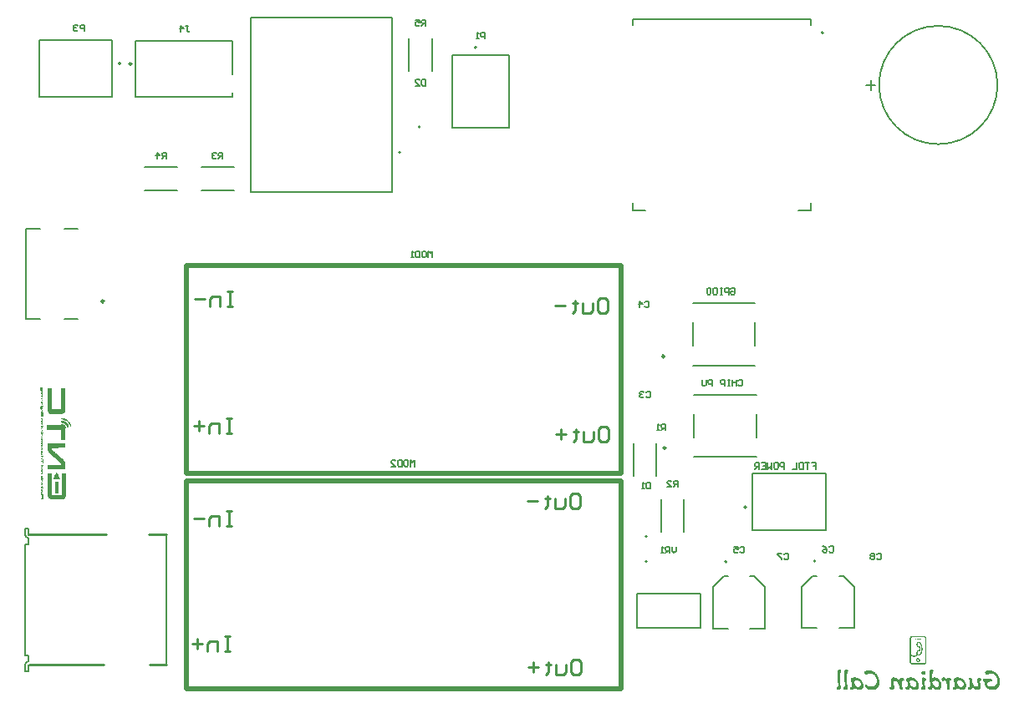
<source format=gbr>
G04*
G04 #@! TF.GenerationSoftware,Altium Limited,Altium Designer,24.1.2 (44)*
G04*
G04 Layer_Color=32896*
%FSLAX44Y44*%
%MOMM*%
G71*
G04*
G04 #@! TF.SameCoordinates,98FF00E1-DB16-4AB4-99D8-1D2B7C447DA4*
G04*
G04*
G04 #@! TF.FilePolarity,Positive*
G04*
G01*
G75*
%ADD10C,0.2000*%
%ADD11C,0.1270*%
%ADD12C,0.2540*%
%ADD71C,0.5080*%
%ADD80C,0.1500*%
%ADD81C,0.2500*%
%ADD82C,0.1778*%
G36*
X-471409Y-27862D02*
X-471315Y-27956D01*
X-471253Y-35800D01*
Y-35863D01*
Y-48979D01*
X-471064Y-49418D01*
X-470970Y-49513D01*
X-462247Y-49575D01*
X-461996Y-49513D01*
X-461714Y-49167D01*
X-461651Y-28395D01*
X-461714Y-28207D01*
X-461619Y-27924D01*
X-457603Y-27862D01*
X-457289Y-27987D01*
X-457321Y-48728D01*
X-457258Y-48916D01*
X-457289Y-49011D01*
X-457383Y-49544D01*
X-457446Y-50171D01*
X-457509Y-50423D01*
X-457572Y-51050D01*
X-457760Y-51364D01*
X-457823Y-51678D01*
X-457948Y-51991D01*
X-458199Y-52431D01*
X-458387Y-52744D01*
X-458921Y-53278D01*
X-459235Y-53466D01*
X-459423Y-53654D01*
X-459925Y-53843D01*
X-460051Y-53968D01*
X-460553Y-54031D01*
X-460741Y-54094D01*
X-461243Y-54156D01*
X-461431Y-54219D01*
X-471566Y-54188D01*
X-471817Y-54125D01*
X-472539Y-54031D01*
X-472790Y-53968D01*
X-473355Y-53717D01*
X-473669Y-53529D01*
X-473794Y-53466D01*
X-474045Y-53215D01*
X-474171Y-53152D01*
X-474265Y-53058D01*
X-474328Y-52933D01*
X-474579Y-52682D01*
X-474955Y-51991D01*
X-475175Y-51583D01*
X-475269Y-51113D01*
X-475457Y-50673D01*
X-475520Y-49418D01*
X-475583Y-49230D01*
X-475551Y-28426D01*
X-475583Y-28144D01*
X-475520Y-27893D01*
X-475394Y-27830D01*
X-471849Y-27862D01*
X-471660Y-27799D01*
X-471409Y-27862D01*
D02*
G37*
G36*
X-480697Y-27611D02*
X-480666Y-27705D01*
X-480478Y-27893D01*
X-480415Y-29839D01*
X-480478Y-30090D01*
X-480823Y-30372D01*
X-481325Y-30309D01*
X-481513Y-30372D01*
X-481701Y-30309D01*
X-481952Y-30246D01*
X-482047Y-30152D01*
X-482109Y-28521D01*
X-482266Y-28364D01*
X-482454Y-28426D01*
X-482517Y-28677D01*
X-482486Y-29964D01*
X-482580Y-30246D01*
X-482988Y-30215D01*
X-483051Y-28019D01*
X-482957Y-27924D01*
X-482925Y-27893D01*
X-482643Y-27611D01*
X-480948Y-27548D01*
X-480697Y-27611D01*
D02*
G37*
G36*
X-480823Y-30749D02*
X-480697Y-30811D01*
X-480478Y-31031D01*
X-480415Y-33227D01*
X-480540Y-33541D01*
X-480603Y-33667D01*
X-480478Y-33792D01*
X-480352Y-34106D01*
X-480415Y-34357D01*
X-480666Y-34608D01*
X-480478Y-34734D01*
X-480415Y-35863D01*
X-480509Y-36146D01*
X-480948Y-36397D01*
X-482298Y-36365D01*
X-482486Y-36051D01*
X-482392Y-35769D01*
X-481262Y-35706D01*
X-480980Y-35612D01*
Y-35549D01*
Y-35047D01*
X-480917Y-34796D01*
X-480729Y-34608D01*
X-480823Y-34514D01*
X-482329Y-34451D01*
X-482486Y-34169D01*
X-482329Y-33761D01*
X-482203Y-33698D01*
X-482172Y-33604D01*
X-482360Y-33416D01*
X-482423Y-32851D01*
X-482329Y-32757D01*
X-481513Y-32694D01*
X-481325Y-32757D01*
X-481074Y-32694D01*
X-480980Y-32600D01*
X-481011Y-31502D01*
X-482329Y-31439D01*
X-482454Y-31251D01*
X-482423Y-30780D01*
X-482329Y-30686D01*
X-481137Y-30623D01*
X-480823Y-30749D01*
D02*
G37*
G36*
X-479725Y-34169D02*
X-479787Y-34420D01*
X-480007Y-34451D01*
X-480164Y-34294D01*
Y-34232D01*
X-480132Y-34012D01*
X-480070Y-33761D01*
X-479819Y-33698D01*
X-479725Y-34169D01*
D02*
G37*
G36*
X-480823Y-36710D02*
X-480478Y-36930D01*
X-480383Y-37150D01*
X-480415Y-38185D01*
Y-38813D01*
X-480478Y-39064D01*
X-480634Y-39220D01*
X-481074Y-39283D01*
X-481701Y-39346D01*
X-482203Y-39220D01*
X-482360Y-39064D01*
X-482423Y-36930D01*
X-482329Y-36836D01*
X-482078Y-36773D01*
X-481984Y-36867D01*
X-481921Y-38311D01*
X-481858Y-38562D01*
X-481764Y-38656D01*
X-481670Y-38624D01*
X-481607Y-38248D01*
X-481544Y-38060D01*
X-481576Y-37965D01*
X-481544Y-37118D01*
X-481482Y-36867D01*
X-481199Y-36710D01*
X-481011Y-36648D01*
X-480823Y-36710D01*
D02*
G37*
G36*
X-480634Y-39723D02*
X-480478Y-39880D01*
X-480415Y-41762D01*
X-480478Y-42013D01*
X-480634Y-42170D01*
X-480760Y-42233D01*
X-480791Y-42264D01*
X-481890Y-42296D01*
X-482141Y-42233D01*
X-482360Y-41950D01*
X-482423Y-39817D01*
X-482329Y-39723D01*
X-482078Y-39660D01*
X-481984Y-39754D01*
X-481921Y-41197D01*
X-481858Y-41448D01*
X-481764Y-41543D01*
X-481670Y-41511D01*
X-481607Y-41386D01*
X-481544Y-41197D01*
X-481576Y-40978D01*
X-481544Y-40068D01*
X-481482Y-39817D01*
X-481388Y-39723D01*
X-480886Y-39660D01*
X-480634Y-39723D01*
D02*
G37*
G36*
X-480697Y-42672D02*
X-480478Y-42892D01*
X-480415Y-43394D01*
Y-43457D01*
Y-44774D01*
X-480352Y-44963D01*
X-480446Y-45245D01*
X-482141Y-45308D01*
X-482423Y-45214D01*
X-482486Y-44963D01*
X-482360Y-44649D01*
X-481607Y-44586D01*
X-481137Y-44618D01*
X-481042Y-44523D01*
X-480980Y-43457D01*
X-481105Y-43331D01*
X-482360Y-43268D01*
X-482486Y-42955D01*
X-482392Y-42672D01*
X-480948Y-42609D01*
X-480697Y-42672D01*
D02*
G37*
G36*
X-479787Y-45716D02*
X-479725Y-45967D01*
X-479787Y-46218D01*
X-479850Y-46406D01*
X-479881Y-46438D01*
X-480007D01*
X-480101Y-46218D01*
X-480164Y-45967D01*
X-480070Y-45684D01*
X-479881Y-45622D01*
X-479787Y-45716D01*
D02*
G37*
G36*
X-480352Y-45841D02*
X-480415Y-46281D01*
X-480791Y-46469D01*
X-480729Y-46720D01*
X-480415Y-47034D01*
X-480446Y-49136D01*
X-480572Y-49199D01*
X-480760Y-49387D01*
X-480980Y-49544D01*
X-481042Y-49669D01*
X-480697Y-49826D01*
X-480478Y-50046D01*
X-480415Y-52368D01*
X-480540Y-52493D01*
X-481388Y-52462D01*
X-481827Y-52525D01*
X-482015Y-52588D01*
X-482203D01*
X-482360Y-52431D01*
X-482423Y-51866D01*
X-482298Y-51740D01*
X-481042Y-51678D01*
X-480980Y-50548D01*
X-481168Y-50423D01*
X-481952Y-50454D01*
X-482392Y-50391D01*
X-482486Y-50234D01*
X-482423Y-49795D01*
X-482329Y-49701D01*
X-481827Y-49638D01*
X-481796Y-49418D01*
X-482047Y-49167D01*
X-482109Y-47536D01*
X-482203Y-47442D01*
X-482423Y-47473D01*
X-482517Y-47693D01*
X-482486Y-48979D01*
X-482580Y-49261D01*
X-482894Y-49324D01*
X-482988Y-49230D01*
X-483051Y-47222D01*
X-482957Y-46940D01*
X-482831Y-46877D01*
X-482580Y-46626D01*
X-482329Y-46563D01*
X-482235Y-46469D01*
X-482423Y-46155D01*
X-482486Y-45841D01*
X-482392Y-45747D01*
X-480509Y-45684D01*
X-480352Y-45841D01*
D02*
G37*
G36*
X-479944Y-52713D02*
X-479850Y-52807D01*
X-479787Y-56133D01*
X-479850Y-56384D01*
X-480132Y-56667D01*
X-481827Y-56729D01*
X-482109Y-56635D01*
X-482172Y-56510D01*
X-482360Y-56322D01*
X-482423Y-52933D01*
X-482266Y-52776D01*
X-482078Y-52713D01*
X-481921Y-52870D01*
X-481858Y-53372D01*
Y-53435D01*
Y-55820D01*
X-481701Y-55914D01*
X-481544Y-55882D01*
X-481450Y-55663D01*
X-481482Y-52996D01*
X-481388Y-52901D01*
X-481137Y-52839D01*
X-480823Y-52964D01*
X-480760Y-55851D01*
X-480509Y-55914D01*
X-480415Y-55820D01*
X-480352Y-52996D01*
X-480289Y-52744D01*
X-480132Y-52650D01*
X-479944Y-52713D01*
D02*
G37*
G36*
X-480823Y-58675D02*
X-480478Y-59020D01*
X-480415Y-61342D01*
X-480509Y-61436D01*
X-481011Y-61562D01*
X-480980Y-61719D01*
X-480697Y-61876D01*
X-480478Y-62095D01*
X-480415Y-64103D01*
X-480603Y-64292D01*
X-480948Y-64574D01*
X-481074Y-64511D01*
X-481796Y-64543D01*
X-482078Y-64511D01*
X-482109Y-64417D01*
X-482360Y-64166D01*
X-482423Y-63601D01*
Y-62158D01*
X-482203Y-61938D01*
X-482078Y-61876D01*
X-481858Y-61656D01*
X-481890Y-61562D01*
X-482266Y-61499D01*
X-482360Y-61405D01*
X-482423Y-60840D01*
X-482329Y-60746D01*
X-481764Y-60683D01*
X-481137Y-60746D01*
X-481042Y-60652D01*
X-480980Y-59585D01*
X-481074Y-59491D01*
X-481890Y-59428D01*
X-482078Y-59491D01*
X-482360Y-59397D01*
X-482454Y-59177D01*
X-482423Y-58769D01*
X-482329Y-58675D01*
X-481074Y-58612D01*
X-480823Y-58675D01*
D02*
G37*
G36*
X-479787Y-64919D02*
X-479725Y-65233D01*
X-479787Y-65484D01*
X-480007Y-65515D01*
X-480101Y-65421D01*
Y-65358D01*
X-480164Y-65233D01*
X-480101Y-64982D01*
X-479944Y-64825D01*
X-479787Y-64919D01*
D02*
G37*
G36*
X-480415D02*
X-480352Y-65358D01*
X-480603Y-65609D01*
X-480415Y-65923D01*
X-480352Y-66049D01*
X-480164Y-66111D01*
X-479850Y-66174D01*
X-479787Y-66425D01*
X-479881Y-66708D01*
X-480195Y-66770D01*
X-480352Y-66927D01*
X-480415Y-67053D01*
X-480540Y-67178D01*
X-480603Y-67304D01*
X-480478Y-67618D01*
X-480415Y-69626D01*
X-480540Y-69940D01*
X-480478Y-70128D01*
X-480415Y-72199D01*
X-480572Y-72356D01*
X-480697Y-72418D01*
X-480823Y-72544D01*
X-481952Y-72607D01*
X-482078Y-72481D01*
X-482203Y-72418D01*
X-482360Y-72262D01*
X-482423Y-70253D01*
X-482078Y-69971D01*
X-482109Y-69814D01*
X-482392Y-69657D01*
X-482454Y-69469D01*
X-482423Y-67806D01*
X-482360Y-67555D01*
X-482141Y-67335D01*
X-481513Y-67273D01*
X-481262Y-67335D01*
X-481011Y-67273D01*
X-480854Y-67116D01*
X-480917Y-67053D01*
Y-66990D01*
X-481105Y-66802D01*
X-482266Y-66833D01*
X-482360Y-66739D01*
X-482486Y-66425D01*
X-482392Y-66143D01*
X-481513Y-66080D01*
X-481325Y-66143D01*
X-481074Y-66080D01*
X-480917Y-65798D01*
X-480791Y-65672D01*
X-480823Y-65578D01*
X-482329Y-65515D01*
X-482486Y-65233D01*
X-482392Y-64950D01*
X-480760Y-64888D01*
X-480572Y-64825D01*
X-480415Y-64919D01*
D02*
G37*
G36*
X-460615Y-58298D02*
X-459611Y-58361D01*
X-459266Y-58455D01*
X-458858Y-58612D01*
X-458419Y-58675D01*
X-458011Y-58895D01*
X-457603Y-58989D01*
X-457509Y-59083D01*
X-457101Y-59240D01*
X-456787Y-59428D01*
X-456473Y-59553D01*
X-456222Y-59805D01*
X-455971Y-59867D01*
X-455877Y-59961D01*
X-455501Y-60212D01*
X-455438Y-60338D01*
X-455218Y-60432D01*
X-454967Y-60683D01*
X-454842Y-60746D01*
X-453995Y-61593D01*
X-453932Y-61719D01*
X-453838Y-61813D01*
X-453712Y-61876D01*
X-453618Y-62032D01*
X-453179Y-62597D01*
X-452990Y-62911D01*
X-452802Y-63099D01*
X-452739Y-63288D01*
X-452614Y-63413D01*
X-452426Y-63727D01*
X-452300Y-64040D01*
X-452112Y-64354D01*
X-451798Y-65045D01*
X-451735Y-65296D01*
X-451610Y-65421D01*
X-451547Y-65609D01*
X-451484Y-65861D01*
X-451327Y-66143D01*
X-451359Y-66300D01*
X-451735Y-66488D01*
X-452143Y-66645D01*
X-452457Y-66770D01*
X-452645Y-66708D01*
X-452834Y-66331D01*
X-452928Y-65986D01*
X-452990Y-65735D01*
X-453116Y-65609D01*
X-453242Y-65296D01*
X-453461Y-64888D01*
X-453618Y-64480D01*
X-453744Y-64354D01*
X-453869Y-64040D01*
X-453995Y-63915D01*
X-454183Y-63601D01*
X-454214Y-63570D01*
X-454371Y-63413D01*
X-454434Y-63288D01*
X-454685Y-63036D01*
X-454748Y-62911D01*
X-454999Y-62660D01*
X-455061Y-62534D01*
X-455156Y-62503D01*
X-455312Y-62346D01*
X-455375Y-62221D01*
X-455469Y-62189D01*
X-455720Y-61938D01*
X-455940Y-61781D01*
X-456003Y-61656D01*
X-456222Y-61562D01*
X-456348Y-61436D01*
X-456662Y-61248D01*
X-456787Y-61122D01*
X-457352Y-60809D01*
X-458293Y-60307D01*
X-458544Y-60244D01*
X-458952Y-60087D01*
X-459360Y-59993D01*
X-459611Y-59930D01*
X-459925Y-59805D01*
X-460678Y-59742D01*
X-460866Y-59679D01*
X-461337Y-59710D01*
X-461588Y-59648D01*
X-461651Y-58518D01*
X-461588Y-58267D01*
X-460866Y-58236D01*
X-460615Y-58298D01*
D02*
G37*
G36*
X-460992Y-60809D02*
X-460364Y-60871D01*
X-460082Y-60965D01*
X-459486Y-61060D01*
X-459203Y-61154D01*
X-458795Y-61311D01*
X-458544Y-61373D01*
X-458262Y-61530D01*
X-457854Y-61687D01*
X-457666Y-61876D01*
X-457415Y-61938D01*
X-457226Y-62126D01*
X-457101Y-62189D01*
X-456662Y-62503D01*
X-456536Y-62566D01*
X-456034Y-63068D01*
X-455909Y-63131D01*
X-455815Y-63225D01*
X-455752Y-63350D01*
X-455501Y-63601D01*
X-455438Y-63727D01*
X-455281Y-63884D01*
X-454999Y-64229D01*
X-454810Y-64543D01*
X-454685Y-64668D01*
X-454057Y-65798D01*
X-453932Y-66111D01*
X-453681Y-66676D01*
X-453618Y-67116D01*
X-453712Y-67210D01*
X-453963Y-67273D01*
X-454497Y-67492D01*
X-454748Y-67555D01*
X-455156Y-67649D01*
X-455281Y-67775D01*
X-455658Y-67837D01*
X-455846Y-67523D01*
X-455940Y-67178D01*
X-456003Y-66927D01*
X-456160Y-66770D01*
X-456254Y-66425D01*
X-456379Y-66300D01*
X-456630Y-65861D01*
X-456819Y-65672D01*
X-456881Y-65547D01*
X-457132Y-65296D01*
X-457195Y-65170D01*
X-457477Y-64888D01*
X-457603Y-64825D01*
X-458105Y-64323D01*
X-458293Y-64260D01*
X-458482Y-64072D01*
X-458607Y-64009D01*
X-458921Y-63884D01*
X-459078Y-63727D01*
X-459423Y-63633D01*
X-459737Y-63507D01*
X-459862Y-63382D01*
X-460364Y-63319D01*
X-460553Y-63256D01*
X-461306Y-63193D01*
X-461557Y-63131D01*
X-461651Y-62974D01*
Y-62911D01*
Y-60903D01*
X-461557Y-60809D01*
X-461180Y-60746D01*
X-460992Y-60809D01*
D02*
G37*
G36*
X-480415Y-73015D02*
X-480352Y-73454D01*
X-480446Y-73548D01*
X-482141Y-73611D01*
X-482392Y-73548D01*
X-482486Y-73391D01*
X-482423Y-73077D01*
Y-73015D01*
X-482329Y-72920D01*
X-481952Y-72858D01*
X-481764Y-72920D01*
X-480572Y-72858D01*
X-480415Y-73015D01*
D02*
G37*
G36*
X-479787Y-72952D02*
X-479725Y-73328D01*
Y-73391D01*
X-479787Y-73580D01*
X-480007Y-73611D01*
X-480101Y-73517D01*
X-480164Y-73328D01*
X-480038Y-72889D01*
X-479881Y-72858D01*
X-479787Y-72952D01*
D02*
G37*
G36*
X-480697Y-73987D02*
X-480478Y-74207D01*
X-480415Y-76090D01*
X-480352Y-76278D01*
X-480446Y-76560D01*
X-482329Y-76623D01*
X-482486Y-76466D01*
X-482423Y-76090D01*
X-482298Y-75964D01*
X-481042Y-75901D01*
X-480980Y-74960D01*
X-481042Y-74709D01*
X-481168Y-74646D01*
X-481639Y-74678D01*
X-482078D01*
X-482360Y-74584D01*
X-482486Y-74270D01*
X-482392Y-73987D01*
X-481890Y-73925D01*
X-481701Y-73987D01*
X-481137Y-73925D01*
X-480697Y-73987D01*
D02*
G37*
G36*
X-480478Y-77094D02*
X-480415Y-77408D01*
X-480478Y-77659D01*
X-480572Y-77753D01*
X-481388Y-77815D01*
X-481576Y-77753D01*
X-481764Y-77815D01*
X-481858Y-77910D01*
X-481827Y-78945D01*
X-481607Y-79039D01*
X-480823Y-79008D01*
X-480478Y-79102D01*
X-480415Y-79541D01*
X-480603Y-79667D01*
X-481952Y-79635D01*
X-482203Y-79573D01*
X-482298Y-79479D01*
X-482360Y-79353D01*
X-482392Y-79322D01*
X-482423Y-77408D01*
X-482078Y-77062D01*
X-480572Y-77000D01*
X-480478Y-77094D01*
D02*
G37*
G36*
X-460992Y-64260D02*
X-460364Y-64323D01*
X-459925Y-64511D01*
X-459737Y-64574D01*
X-459297Y-64762D01*
X-458858Y-65013D01*
X-458544Y-65202D01*
X-458450Y-65296D01*
X-458387Y-65421D01*
X-458231Y-65515D01*
X-458105Y-65578D01*
X-458042Y-65704D01*
X-457917Y-65766D01*
X-457823Y-65923D01*
X-457760Y-66049D01*
X-457666Y-66080D01*
X-457572Y-66174D01*
X-457509Y-66300D01*
X-457289Y-66519D01*
X-457132Y-66927D01*
X-456944Y-67116D01*
X-456881Y-67367D01*
Y-67429D01*
X-456819Y-67555D01*
X-456693Y-67680D01*
X-456568Y-67994D01*
X-456630Y-68245D01*
X-456756Y-68371D01*
X-457101Y-68465D01*
X-457603Y-68590D01*
X-457760Y-68747D01*
X-457823Y-80734D01*
X-457917Y-80828D01*
X-461933Y-80891D01*
X-462184Y-80828D01*
X-462216Y-70442D01*
X-462310Y-70347D01*
X-475991Y-70285D01*
X-476085Y-70191D01*
X-476147Y-66049D01*
X-476053Y-65766D01*
X-461808Y-65704D01*
X-461714Y-65609D01*
X-461651Y-64856D01*
X-461714Y-64605D01*
X-461619Y-64260D01*
X-461180Y-64197D01*
X-460992Y-64260D01*
D02*
G37*
G36*
X-480760Y-80012D02*
X-480729Y-80106D01*
X-480478Y-80357D01*
X-480415Y-80859D01*
Y-80922D01*
Y-83056D01*
X-480352Y-83244D01*
X-480415Y-83495D01*
X-480509Y-83589D01*
X-481168Y-83558D01*
X-481764Y-83589D01*
X-481952Y-83526D01*
X-482015Y-83589D01*
X-482392Y-83526D01*
X-482486Y-83307D01*
X-482423Y-83056D01*
X-482141Y-82899D01*
X-482015Y-82962D01*
X-481042Y-82930D01*
X-480980Y-82491D01*
X-481042Y-82240D01*
X-481168Y-82177D01*
X-482266Y-82208D01*
X-482360Y-82114D01*
X-482486Y-81800D01*
X-482423Y-81550D01*
X-482329Y-81455D01*
X-481576Y-81393D01*
X-481388Y-81455D01*
X-481042Y-81424D01*
X-480980Y-80922D01*
X-481168Y-80796D01*
X-482078Y-80828D01*
X-482360Y-80734D01*
X-482423Y-80483D01*
X-482486Y-80294D01*
X-482423Y-80106D01*
X-482329Y-80012D01*
X-481011Y-79949D01*
X-480760Y-80012D01*
D02*
G37*
G36*
X-480823Y-83966D02*
X-480478Y-84311D01*
X-480415Y-86946D01*
X-480352Y-87135D01*
X-480415Y-87386D01*
X-480478Y-87574D01*
X-481576Y-87543D01*
X-482203Y-87605D01*
X-482392Y-87543D01*
X-482486Y-87072D01*
X-482329Y-86915D01*
X-481952Y-86852D01*
X-481137Y-86915D01*
X-480948Y-86664D01*
X-480980Y-86319D01*
X-481168Y-86193D01*
X-481450Y-86225D01*
X-482266D01*
X-482360Y-86131D01*
X-482486Y-85754D01*
X-482360Y-85440D01*
X-481105Y-85378D01*
X-480948Y-85158D01*
X-480980Y-84875D01*
X-481262Y-84719D01*
X-481450Y-84781D01*
X-481607Y-84750D01*
X-482078Y-84781D01*
X-482360Y-84687D01*
X-482423Y-84060D01*
X-482329Y-83966D01*
X-481074Y-83903D01*
X-480823Y-83966D01*
D02*
G37*
G36*
X-480854Y-87888D02*
X-480478Y-88202D01*
X-480415Y-90273D01*
X-480572Y-90429D01*
X-480697Y-90492D01*
X-480823Y-90618D01*
X-481450Y-90681D01*
X-481639D01*
X-481890Y-90743D01*
X-482078Y-90555D01*
X-482203Y-90492D01*
X-482360Y-90335D01*
X-482423Y-88453D01*
X-482360Y-88202D01*
X-482266Y-88170D01*
X-482172Y-88076D01*
X-482015Y-87856D01*
X-480948Y-87794D01*
X-480854Y-87888D01*
D02*
G37*
G36*
X-481921Y-90963D02*
X-481858Y-92532D01*
X-481764Y-92626D01*
X-481042Y-92594D01*
X-480980Y-91402D01*
X-480917Y-90963D01*
X-480791Y-90837D01*
X-480572Y-90869D01*
X-480478Y-90963D01*
X-480415Y-92971D01*
X-480572Y-93128D01*
X-480791Y-93285D01*
X-480854Y-93536D01*
X-480697Y-93693D01*
X-480572Y-93756D01*
X-480478Y-93850D01*
X-480415Y-94414D01*
Y-95732D01*
X-480478Y-95983D01*
X-480634Y-96140D01*
X-481952Y-96203D01*
X-482203Y-96140D01*
X-482360Y-95983D01*
X-482423Y-93787D01*
X-482329Y-93693D01*
X-482078Y-93630D01*
X-481984Y-93724D01*
X-481921Y-95168D01*
X-481858Y-95419D01*
X-481764Y-95513D01*
X-481670Y-95481D01*
X-481544Y-95105D01*
X-481576Y-94885D01*
X-481544Y-94038D01*
X-481482Y-93787D01*
X-481388Y-93693D01*
X-481262Y-93630D01*
X-481231Y-93473D01*
X-481482Y-93410D01*
X-481764Y-93442D01*
X-482015Y-93379D01*
X-482360Y-93034D01*
X-482423Y-91026D01*
X-482266Y-90869D01*
X-482015Y-90806D01*
X-481921Y-90963D01*
D02*
G37*
G36*
X-479725Y-96799D02*
X-479756Y-96831D01*
X-479787Y-97176D01*
X-479944Y-97333D01*
X-480227Y-97301D01*
X-482078Y-97333D01*
X-482360Y-97239D01*
X-482423Y-97113D01*
X-482486Y-96925D01*
X-482392Y-96642D01*
X-481639Y-96580D01*
X-479881Y-96517D01*
X-479725Y-96799D01*
D02*
G37*
G36*
X-480823Y-97584D02*
X-480478Y-97803D01*
X-480415Y-99686D01*
X-480478Y-99937D01*
X-480509Y-99968D01*
X-480760Y-100157D01*
X-481764Y-100219D01*
X-482203Y-100094D01*
X-482360Y-99937D01*
X-482423Y-97803D01*
X-482329Y-97709D01*
X-482078Y-97646D01*
X-481984Y-97740D01*
X-481890Y-97960D01*
X-481921Y-99372D01*
X-481827Y-99466D01*
X-481701Y-99529D01*
X-481544Y-99247D01*
X-481607Y-98996D01*
X-481544Y-98807D01*
X-481576Y-98776D01*
X-481544Y-97803D01*
X-481011Y-97521D01*
X-480823Y-97584D01*
D02*
G37*
G36*
X-479850Y-100188D02*
X-479787Y-102635D01*
Y-102698D01*
Y-103828D01*
X-479881Y-104110D01*
X-480195Y-104173D01*
X-480289Y-104079D01*
X-480352Y-102824D01*
X-480415Y-102573D01*
X-482141Y-102541D01*
X-482392Y-102479D01*
X-482486Y-102259D01*
X-482423Y-102071D01*
X-482360Y-101820D01*
X-481042Y-101757D01*
X-480509Y-101788D01*
X-480415Y-101694D01*
X-480352Y-100251D01*
X-480258Y-100157D01*
X-479850Y-100188D01*
D02*
G37*
G36*
X-479819Y-106181D02*
X-479756Y-106432D01*
X-479787Y-106715D01*
X-479913Y-106840D01*
X-480258Y-106809D01*
X-480352Y-106903D01*
X-480415Y-108095D01*
Y-108472D01*
X-480697Y-108754D01*
X-482078Y-108817D01*
X-482360Y-108534D01*
X-482423Y-106589D01*
X-482266Y-106307D01*
X-481952Y-106118D01*
X-479881Y-106056D01*
X-479819Y-106181D01*
D02*
G37*
G36*
X-480478Y-109539D02*
X-480415Y-111359D01*
X-480352Y-111610D01*
X-480478Y-111923D01*
X-480509Y-111955D01*
X-481952Y-111892D01*
X-482141Y-111955D01*
X-482392Y-111892D01*
X-482486Y-111610D01*
X-482392Y-111327D01*
X-481450Y-111264D01*
X-481262Y-111327D01*
X-481042Y-111233D01*
X-480980Y-110103D01*
X-481168Y-109978D01*
X-482078Y-110009D01*
X-482392Y-109884D01*
X-482486Y-109350D01*
X-482392Y-109256D01*
X-480823Y-109193D01*
X-480478Y-109539D01*
D02*
G37*
G36*
Y-112551D02*
X-480415Y-114747D01*
X-480509Y-114841D01*
X-480634Y-114904D01*
X-480886Y-114841D01*
X-480948Y-114653D01*
X-480917Y-113179D01*
X-481011Y-113084D01*
X-481137Y-113022D01*
X-481293Y-113241D01*
X-481262Y-113586D01*
X-481293Y-114685D01*
X-481450Y-114841D01*
X-481952Y-114904D01*
X-482266Y-114779D01*
X-482298Y-114685D01*
X-482392Y-114591D01*
X-482454Y-114340D01*
X-482423Y-112614D01*
X-482172Y-112363D01*
X-482109Y-112237D01*
X-481325Y-112206D01*
X-480823D01*
X-480478Y-112551D01*
D02*
G37*
G36*
Y-116818D02*
X-480415Y-118701D01*
X-480478Y-118952D01*
X-481011Y-119234D01*
X-481450Y-119172D01*
X-481701Y-119234D01*
X-482141Y-119109D01*
X-482360Y-118889D01*
X-482423Y-117007D01*
Y-116944D01*
Y-116881D01*
X-482329Y-116787D01*
X-482015Y-116724D01*
X-481890Y-116912D01*
X-481827Y-118481D01*
X-481137Y-118544D01*
X-481042Y-118450D01*
X-480980Y-117069D01*
X-480886Y-116787D01*
X-480572Y-116724D01*
X-480478Y-116818D01*
D02*
G37*
G36*
X-480446Y-119611D02*
X-480352Y-119956D01*
X-480415Y-120207D01*
X-480540Y-120270D01*
X-482329Y-120239D01*
X-482454Y-120050D01*
X-482423Y-119642D01*
X-482329Y-119548D01*
X-480886Y-119486D01*
X-480572D01*
X-480446Y-119611D01*
D02*
G37*
G36*
X-479787Y-119580D02*
X-479725Y-120144D01*
X-479819Y-120239D01*
X-480007Y-120301D01*
X-480101Y-120207D01*
X-480164Y-119893D01*
X-480132Y-119862D01*
X-480070Y-119548D01*
X-479881Y-119486D01*
X-479787Y-119580D01*
D02*
G37*
G36*
X-480634Y-120741D02*
X-480603Y-120835D01*
X-480478Y-120960D01*
X-480415Y-122529D01*
X-480352Y-123157D01*
X-480446Y-123251D01*
X-482329Y-123314D01*
X-482423Y-123219D01*
X-482486Y-123031D01*
X-482423Y-122780D01*
X-482329Y-122686D01*
X-481952Y-122623D01*
X-481137Y-122686D01*
X-481042Y-122592D01*
X-480980Y-121525D01*
X-481074Y-121431D01*
X-482266Y-121368D01*
X-482360Y-121274D01*
X-482486Y-120960D01*
X-482392Y-120678D01*
X-481952Y-120615D01*
X-480948D01*
X-480634Y-120741D01*
D02*
G37*
G36*
X-457352Y-84279D02*
X-457289Y-84405D01*
X-457321Y-88139D01*
X-457258Y-88327D01*
X-457321Y-88515D01*
X-457415Y-88610D01*
X-471158Y-88672D01*
X-471253Y-88766D01*
X-471315Y-88955D01*
X-471253Y-89206D01*
X-471158Y-89488D01*
X-471064Y-89833D01*
X-471001Y-90084D01*
X-470876Y-90210D01*
X-470688Y-90524D01*
X-470562Y-90649D01*
X-470374Y-90963D01*
X-470280Y-90994D01*
X-469809Y-91465D01*
X-469746Y-91590D01*
X-469589Y-91685D01*
X-469464Y-91747D01*
X-469276Y-91936D01*
X-469150Y-91998D01*
X-468585Y-92563D01*
X-468460Y-92626D01*
X-468334Y-92814D01*
X-468209Y-92877D01*
X-467958Y-93128D01*
X-467832Y-93191D01*
X-467581Y-93442D01*
X-467456Y-93504D01*
X-467205Y-93756D01*
X-467079Y-93818D01*
X-466577Y-94320D01*
X-466452Y-94383D01*
X-466263Y-94571D01*
X-466044Y-94728D01*
X-465887Y-94948D01*
X-465761Y-95011D01*
X-465510Y-95262D01*
X-465385Y-95324D01*
X-465134Y-95575D01*
X-465008Y-95638D01*
X-464757Y-95889D01*
X-464632Y-95952D01*
X-464381Y-96203D01*
X-464255Y-96266D01*
X-463690Y-96831D01*
X-463565Y-96893D01*
X-463502Y-97019D01*
X-463377Y-97082D01*
X-463126Y-97333D01*
X-463000Y-97395D01*
X-462686Y-97709D01*
X-462561Y-97772D01*
X-462373Y-97960D01*
X-462247Y-98023D01*
X-462059Y-98211D01*
X-461839Y-98368D01*
X-461776Y-98494D01*
X-461682Y-98588D01*
X-461557Y-98651D01*
X-461055Y-99152D01*
X-460929Y-99215D01*
X-460678Y-99466D01*
X-460553Y-99529D01*
X-460302Y-99780D01*
X-460176Y-99843D01*
X-459611Y-100408D01*
X-459486Y-100470D01*
X-459392Y-100564D01*
X-459329Y-100690D01*
X-459015Y-101004D01*
X-458576Y-101569D01*
X-458387Y-101882D01*
X-458168Y-102102D01*
X-458074Y-102447D01*
X-457885Y-102635D01*
X-457823Y-102949D01*
X-457697Y-103263D01*
X-457572Y-103389D01*
X-457509Y-104079D01*
X-457446Y-104330D01*
X-457383Y-104518D01*
X-457321Y-110166D01*
X-457415Y-110260D01*
X-465824Y-110323D01*
X-466075Y-110386D01*
X-466201Y-110574D01*
X-466169Y-112614D01*
X-466075Y-112708D01*
X-462686Y-112771D01*
X-462529Y-112928D01*
X-462623Y-113022D01*
X-466012Y-113084D01*
X-466106Y-113179D01*
X-466075Y-113335D01*
X-465918Y-113743D01*
X-465730Y-113932D01*
X-465667Y-114245D01*
X-465479Y-114434D01*
X-465353Y-114747D01*
X-465291Y-114936D01*
X-465134Y-115155D01*
X-465040Y-115500D01*
X-464851Y-115689D01*
X-464789Y-116003D01*
X-464538Y-116253D01*
X-464412Y-116756D01*
X-464224Y-116944D01*
X-464161Y-117258D01*
X-463910Y-117509D01*
X-463847Y-117885D01*
X-463722Y-118011D01*
X-463534Y-118324D01*
X-463157Y-119140D01*
X-462969Y-119454D01*
X-462906Y-119705D01*
X-462655Y-119956D01*
X-462686Y-120364D01*
X-466012Y-120427D01*
X-466106Y-120521D01*
X-466169Y-122906D01*
X-466106Y-123157D01*
X-465887Y-123251D01*
X-465040Y-123219D01*
X-464757Y-123251D01*
X-464663Y-123345D01*
X-464600Y-134641D01*
X-464695Y-134923D01*
X-467519Y-134986D01*
X-467644Y-134861D01*
X-467707Y-134547D01*
X-467675Y-123847D01*
X-467738Y-123659D01*
X-467675Y-123345D01*
X-467487Y-123219D01*
X-466640Y-123251D01*
X-466546Y-123157D01*
X-466483Y-121337D01*
Y-121274D01*
Y-120584D01*
X-466671Y-120395D01*
X-469903Y-120427D01*
X-469997Y-120333D01*
X-469872Y-120082D01*
X-469746Y-119768D01*
X-469558Y-119454D01*
X-469495Y-119329D01*
X-469370Y-119015D01*
X-469182Y-118701D01*
X-469056Y-118387D01*
X-468868Y-118073D01*
X-468742Y-117760D01*
X-468554Y-117446D01*
X-468491Y-117258D01*
X-466922Y-114183D01*
X-466828Y-114088D01*
X-466734Y-113743D01*
X-466483Y-113492D01*
X-466514Y-113147D01*
X-470092Y-113084D01*
X-470248Y-112928D01*
X-470154Y-112833D01*
X-466640Y-112771D01*
X-466546Y-112676D01*
X-466483Y-110480D01*
X-466577Y-110386D01*
X-475049Y-110323D01*
X-475238Y-110386D01*
X-475426Y-110323D01*
X-475520Y-110229D01*
X-475583Y-106213D01*
X-475489Y-105930D01*
X-461808Y-105867D01*
X-461651Y-105710D01*
X-461714Y-105020D01*
X-462090Y-104204D01*
X-462278Y-103891D01*
X-462529Y-103640D01*
X-462592Y-103514D01*
X-462875Y-103232D01*
X-463000Y-103169D01*
X-463565Y-102604D01*
X-463690Y-102541D01*
X-463879Y-102353D01*
X-464004Y-102290D01*
X-464318Y-101976D01*
X-464443Y-101914D01*
X-464695Y-101663D01*
X-464820Y-101600D01*
X-465008Y-101412D01*
X-465228Y-101255D01*
X-465291Y-101129D01*
X-465385Y-101098D01*
X-465699Y-100784D01*
X-465824Y-100721D01*
X-466075Y-100470D01*
X-466201Y-100408D01*
X-466640Y-99968D01*
X-466765Y-99906D01*
X-466891Y-99780D01*
X-467016Y-99717D01*
X-467048Y-99623D01*
X-467142Y-99592D01*
X-467456Y-99278D01*
X-467581Y-99215D01*
X-468083Y-98713D01*
X-468209Y-98651D01*
X-468460Y-98399D01*
X-468585Y-98337D01*
X-468836Y-98086D01*
X-468962Y-98023D01*
X-469213Y-97772D01*
X-469338Y-97709D01*
X-469841Y-97207D01*
X-469966Y-97144D01*
X-470280Y-96831D01*
X-470405Y-96768D01*
X-470468Y-96642D01*
X-470782Y-96454D01*
X-470970Y-96266D01*
X-471096Y-96203D01*
X-471409Y-95889D01*
X-471535Y-95827D01*
X-471598Y-95701D01*
X-471723Y-95638D01*
X-472037Y-95324D01*
X-472162Y-95262D01*
X-472602Y-94822D01*
X-472727Y-94760D01*
X-473041Y-94446D01*
X-473167Y-94383D01*
X-474014Y-93536D01*
X-474076Y-93410D01*
X-474202Y-93285D01*
X-474390Y-92971D01*
X-474516Y-92845D01*
X-474704Y-92532D01*
X-474861Y-92375D01*
X-474955Y-92030D01*
X-475175Y-91622D01*
X-475269Y-91214D01*
X-475394Y-90900D01*
X-475457Y-90649D01*
X-475520Y-90461D01*
X-475583Y-84562D01*
X-475489Y-84279D01*
X-457603Y-84217D01*
X-457352Y-84279D01*
D02*
G37*
G36*
X-480760Y-123690D02*
X-480478Y-123973D01*
X-480415Y-126044D01*
X-480603Y-126232D01*
X-481105Y-126420D01*
X-481890Y-126389D01*
X-482141Y-126326D01*
X-482360Y-126106D01*
X-482423Y-125290D01*
Y-124098D01*
X-482298Y-123973D01*
X-482235Y-123847D01*
X-482078Y-123690D01*
X-481199Y-123627D01*
X-480760Y-123690D01*
D02*
G37*
G36*
X-480352Y-126859D02*
X-480383Y-126953D01*
X-480446Y-128020D01*
X-480572Y-128083D01*
X-480666Y-128177D01*
X-480729Y-128365D01*
X-480634Y-128460D01*
X-480509Y-128522D01*
X-480321Y-128836D01*
X-480007Y-128899D01*
X-479850Y-129056D01*
X-479787Y-129495D01*
X-479881Y-129589D01*
X-480258Y-129652D01*
X-480352Y-129746D01*
X-480446Y-129966D01*
X-480415Y-132131D01*
X-480634Y-132350D01*
X-480760Y-132413D01*
X-480854Y-132507D01*
X-480917Y-132633D01*
X-480697Y-132852D01*
X-480572Y-132915D01*
X-480478Y-133009D01*
X-480383Y-133229D01*
X-480415Y-134892D01*
X-480478Y-135143D01*
X-480634Y-135300D01*
X-481952Y-135363D01*
X-482141Y-135300D01*
X-482203D01*
X-482360Y-135080D01*
X-482423Y-132947D01*
X-482329Y-132852D01*
X-482078Y-132790D01*
X-481984Y-132884D01*
X-481921Y-134327D01*
X-481827Y-134672D01*
X-481670Y-134641D01*
X-481544Y-134264D01*
X-481576Y-134045D01*
X-481544Y-133198D01*
X-481450Y-132915D01*
X-481325Y-132852D01*
X-481168Y-132696D01*
X-481199Y-132601D01*
X-481827Y-132539D01*
X-482015Y-132476D01*
X-482141Y-132413D01*
X-482360Y-132193D01*
X-482423Y-130185D01*
X-482329Y-130091D01*
X-482015Y-130028D01*
X-481921Y-130123D01*
X-481858Y-131692D01*
X-481764Y-131786D01*
X-481042Y-131754D01*
X-480980Y-130813D01*
X-480917Y-129997D01*
X-481011Y-129715D01*
X-481952Y-129652D01*
X-482392Y-129589D01*
X-482486Y-129369D01*
X-482360Y-128930D01*
X-481074Y-128899D01*
X-480980Y-128805D01*
X-480917Y-128554D01*
X-481011Y-128460D01*
X-482141Y-128397D01*
X-482423Y-128303D01*
X-482392Y-127706D01*
X-481137Y-127644D01*
X-481042Y-127550D01*
X-480980Y-126797D01*
X-480886Y-126702D01*
X-480509Y-126640D01*
X-480352Y-126859D01*
D02*
G37*
G36*
X-479819Y-135739D02*
X-479787Y-136273D01*
X-479913Y-136587D01*
X-479850Y-136775D01*
X-479787Y-139975D01*
Y-140101D01*
X-479850Y-140352D01*
X-479944Y-140446D01*
X-480070Y-140509D01*
X-480195Y-140634D01*
X-481576Y-140697D01*
X-482015Y-140634D01*
X-482141Y-140509D01*
X-482266Y-140446D01*
X-482360Y-140352D01*
X-482423Y-137026D01*
X-482298Y-136587D01*
X-482360Y-136398D01*
X-482423Y-136273D01*
X-482486Y-136084D01*
X-482392Y-135802D01*
X-480697Y-135739D01*
X-480070Y-135676D01*
X-479819Y-135739D01*
D02*
G37*
G36*
X-471033Y-114591D02*
X-470876Y-114747D01*
X-470907Y-115092D01*
X-470876Y-135708D01*
X-470656Y-136241D01*
X-461933Y-136304D01*
X-461682Y-136241D01*
X-461400Y-135959D01*
X-461337Y-115124D01*
X-461400Y-114936D01*
X-461306Y-114653D01*
X-457289Y-114591D01*
X-457007Y-114685D01*
X-456944Y-116003D01*
Y-116065D01*
Y-134390D01*
X-457007Y-136335D01*
X-457101Y-136681D01*
X-457195Y-137528D01*
X-457258Y-137779D01*
X-457352Y-138061D01*
X-457509Y-138469D01*
X-457823Y-139159D01*
X-458011Y-139348D01*
X-458074Y-139473D01*
X-458262Y-139662D01*
X-458325Y-139787D01*
X-458482Y-139944D01*
X-458921Y-140195D01*
X-459172Y-140446D01*
X-459548Y-140509D01*
X-459737Y-140697D01*
X-459988Y-140760D01*
X-460427Y-140822D01*
X-460615Y-140885D01*
X-470970Y-140948D01*
X-471409Y-140885D01*
X-471660Y-140822D01*
X-472288Y-140760D01*
X-472853Y-140509D01*
X-473167Y-140383D01*
X-473292Y-140258D01*
X-473480Y-140195D01*
X-474139Y-139536D01*
X-474390Y-139097D01*
X-474579Y-138908D01*
X-474641Y-138657D01*
X-474767Y-138344D01*
X-474861Y-138250D01*
X-474955Y-137779D01*
X-475143Y-137151D01*
X-475206Y-136963D01*
X-475269Y-114873D01*
X-475175Y-114591D01*
X-471284Y-114528D01*
X-471033Y-114591D01*
D02*
G37*
G36*
X411966Y-279286D02*
X412381Y-279320D01*
X412554Y-279355D01*
X412882Y-279407D01*
X413055Y-279476D01*
X413107Y-279528D01*
X413297Y-279580D01*
X413366Y-279649D01*
X413608Y-279787D01*
X413712Y-279891D01*
X413781Y-279925D01*
X413919Y-280064D01*
X414092Y-280271D01*
X414248Y-280461D01*
X414282Y-280530D01*
X414386Y-280634D01*
X414421Y-280772D01*
X414524Y-280876D01*
X414559Y-281014D01*
X414663Y-281256D01*
X414697Y-281395D01*
X414732Y-281498D01*
X414767Y-292769D01*
Y-292803D01*
Y-305526D01*
X414732Y-305768D01*
X414697Y-306114D01*
X414611Y-306304D01*
X414559Y-306494D01*
X414490Y-306667D01*
X414421Y-306736D01*
X414386Y-306874D01*
X414317Y-306943D01*
X414213Y-307116D01*
X413747Y-307583D01*
X413677Y-307618D01*
X413608Y-307687D01*
X413366Y-307825D01*
X413297Y-307894D01*
X413124Y-307963D01*
X412900Y-308084D01*
X412554Y-308153D01*
X412329Y-308205D01*
X412225Y-308240D01*
X400281Y-308223D01*
X400108Y-308188D01*
X399710Y-308102D01*
X399399Y-307963D01*
X399226Y-307894D01*
X398984Y-307756D01*
X398881Y-307652D01*
X398811Y-307618D01*
X398448Y-307255D01*
X398414Y-307185D01*
X398362Y-307168D01*
X398310Y-307082D01*
X398275Y-307013D01*
X398206Y-306943D01*
X397964Y-306494D01*
X397930Y-306356D01*
X397843Y-306166D01*
X397809Y-305993D01*
X397774Y-305647D01*
X397740Y-298249D01*
X397757Y-282328D01*
X397791Y-281567D01*
X397826Y-281429D01*
X397878Y-281239D01*
X397947Y-281066D01*
X397999Y-280876D01*
X398103Y-280772D01*
X398137Y-280634D01*
X398206Y-280565D01*
X398310Y-280392D01*
X398414Y-280288D01*
X398448Y-280219D01*
X398708Y-279960D01*
X398777Y-279925D01*
X398915Y-279787D01*
X399088Y-279718D01*
X399192Y-279614D01*
X399365Y-279545D01*
X399589Y-279424D01*
X399918Y-279372D01*
X400021Y-279338D01*
X400471Y-279303D01*
X400575Y-279268D01*
X411966Y-279286D01*
D02*
G37*
G36*
X411932Y-314791D02*
X412070Y-314826D01*
X412295Y-314912D01*
X412675Y-315085D01*
X412813Y-315224D01*
X412882Y-315258D01*
X413003Y-315379D01*
X413038Y-315448D01*
X413142Y-315552D01*
X413280Y-315794D01*
X413349Y-315863D01*
X413401Y-315984D01*
X413453Y-316209D01*
X413522Y-316278D01*
X413557Y-317246D01*
X413522Y-317384D01*
X413470Y-317540D01*
X413349Y-317868D01*
X413280Y-317937D01*
X413245Y-318007D01*
X412986Y-318266D01*
X412917Y-318300D01*
X412900Y-318352D01*
X412779Y-318404D01*
X412571Y-318542D01*
X412398Y-318577D01*
X412156Y-318681D01*
X411361Y-318715D01*
X411067Y-318629D01*
X410877Y-318577D01*
X410428Y-318370D01*
X410393Y-318300D01*
X410324Y-318266D01*
X410065Y-318007D01*
X410030Y-317937D01*
X410013Y-317920D01*
X409978D01*
X409926Y-317834D01*
X409892Y-317730D01*
X409805Y-317644D01*
X409719Y-317419D01*
X409615Y-317177D01*
X409581Y-316174D01*
X409650Y-315898D01*
X409753Y-315656D01*
X409892Y-315448D01*
X409926Y-315379D01*
X410047Y-315258D01*
X410117Y-315224D01*
X410220Y-315120D01*
X410601Y-314912D01*
X410843Y-314843D01*
X411015Y-314774D01*
X411932Y-314791D01*
D02*
G37*
G36*
X478621Y-314204D02*
X479538Y-314256D01*
X480022Y-314325D01*
X480212Y-314377D01*
X480575Y-314428D01*
X480713Y-314463D01*
X480869Y-314515D01*
X481232Y-314601D01*
X481387Y-314653D01*
X481612Y-314739D01*
X481750Y-314774D01*
X481923Y-314843D01*
X482303Y-314981D01*
X482373Y-315051D01*
X482511Y-315085D01*
X482684Y-315154D01*
X482735Y-315206D01*
X482960Y-315293D01*
X483029Y-315362D01*
X483098Y-315396D01*
X483271Y-315466D01*
X483513Y-315604D01*
X483582Y-315673D01*
X484067Y-315949D01*
X484170Y-316053D01*
X484239Y-316088D01*
X484309Y-316157D01*
X484481Y-316261D01*
X484585Y-316364D01*
X484654Y-316399D01*
X484793Y-316537D01*
X484862Y-316572D01*
X485034Y-316745D01*
X485104Y-316779D01*
X485138Y-316848D01*
X485207Y-316883D01*
X485882Y-317557D01*
X485916Y-317626D01*
X486020Y-317730D01*
X486106Y-317851D01*
X486279Y-318058D01*
X486435Y-318249D01*
X486469Y-318318D01*
X486538Y-318387D01*
X486573Y-318456D01*
X486642Y-318525D01*
X486815Y-318767D01*
X486919Y-318940D01*
X486988Y-319009D01*
X487264Y-319493D01*
X487334Y-319562D01*
X487748Y-320358D01*
X487852Y-320530D01*
X487887Y-320600D01*
X488060Y-320980D01*
X488094Y-321118D01*
X488232Y-321429D01*
X488354Y-321723D01*
X488405Y-321913D01*
X488440Y-322052D01*
X488526Y-322242D01*
X488578Y-322466D01*
X488630Y-322622D01*
X488699Y-322795D01*
X488751Y-323123D01*
X488786Y-323262D01*
X488838Y-323452D01*
X488872Y-323590D01*
X488924Y-323988D01*
X488959Y-324126D01*
X488993Y-324368D01*
X489028Y-324472D01*
X489062Y-327410D01*
X489010Y-327877D01*
X488941Y-328153D01*
X488889Y-328517D01*
X488803Y-328810D01*
X488716Y-329173D01*
X488630Y-329364D01*
X488578Y-329554D01*
X488475Y-329796D01*
X488405Y-329969D01*
X488371Y-330107D01*
X488302Y-330176D01*
X488198Y-330453D01*
X488094Y-330556D01*
X488060Y-330695D01*
X487990Y-330764D01*
X487956Y-330833D01*
X487714Y-331213D01*
X487679Y-331282D01*
X487610Y-331352D01*
X487576Y-331421D01*
X487437Y-331559D01*
X487403Y-331628D01*
X487264Y-331766D01*
X487230Y-331836D01*
X486625Y-332440D01*
X486556Y-332475D01*
X486383Y-332648D01*
X486314Y-332682D01*
X486210Y-332786D01*
X486141Y-332821D01*
X485760Y-333063D01*
X485449Y-333236D01*
X485397Y-333288D01*
X485173Y-333374D01*
X485086Y-333460D01*
X484896Y-333512D01*
X484672Y-333633D01*
X484481Y-333685D01*
X484188Y-333806D01*
X483842Y-333875D01*
X483669Y-333944D01*
X483531Y-333979D01*
X482960Y-334031D01*
X482856Y-334065D01*
X482165Y-334100D01*
X482061Y-334134D01*
X481301Y-334100D01*
X480748Y-334065D01*
X480609Y-334031D01*
X480056Y-333996D01*
X480022D01*
X479918Y-333962D01*
X479572Y-333858D01*
X479330Y-333823D01*
X479174Y-333772D01*
X478950Y-333685D01*
X478811Y-333651D01*
X478466Y-333512D01*
X478224Y-333409D01*
X477878Y-333270D01*
X477809Y-333201D01*
X477671Y-333167D01*
X477463Y-333028D01*
X477325Y-332994D01*
X477221Y-332890D01*
X477048Y-332821D01*
X476945Y-332717D01*
X476841Y-332682D01*
X476772Y-332613D01*
X476582Y-332492D01*
X476391Y-332337D01*
X476322Y-332302D01*
X476219Y-332198D01*
X476149Y-332164D01*
X475873Y-331887D01*
X475804Y-331853D01*
X475475Y-331524D01*
X475441Y-331455D01*
X475199Y-331213D01*
X475112Y-331092D01*
X474957Y-330902D01*
X474922Y-330833D01*
X474870Y-330816D01*
X474576Y-330349D01*
X474403Y-330038D01*
X474300Y-329865D01*
X474127Y-329485D01*
X474006Y-329191D01*
X473954Y-328931D01*
X473850Y-328689D01*
X473816Y-328378D01*
X473781Y-328274D01*
X473747Y-327237D01*
X473816Y-326477D01*
X473850Y-326339D01*
X473919Y-326166D01*
X473954Y-326062D01*
X473902Y-325941D01*
X473591Y-325906D01*
X473142Y-325872D01*
X472969Y-325803D01*
X472796Y-325699D01*
X472623Y-325526D01*
X472554Y-325491D01*
X472398Y-325267D01*
X472295Y-325094D01*
X472225Y-325025D01*
X472053Y-324714D01*
X472001Y-324593D01*
X471949Y-324403D01*
X471862Y-324212D01*
X471811Y-323953D01*
X471776Y-323849D01*
X471741Y-323296D01*
X471776Y-323054D01*
X471862Y-322864D01*
X471932Y-322829D01*
X472035Y-322726D01*
X472381Y-322691D01*
X472485Y-322657D01*
X473557Y-322691D01*
X477947Y-322726D01*
X478500Y-322760D01*
X479157Y-322795D01*
X479296Y-322829D01*
X479641Y-322864D01*
X480194Y-322898D01*
X480333Y-322933D01*
X480488Y-323019D01*
X480678Y-323071D01*
X480782Y-323175D01*
X480851Y-323210D01*
X481180Y-323538D01*
X481318Y-323780D01*
X481404Y-323901D01*
X481456Y-324126D01*
X481491Y-324230D01*
X481525Y-324748D01*
X481491Y-324886D01*
X481404Y-325180D01*
X481335Y-325215D01*
X481232Y-325319D01*
X481111Y-325370D01*
X480903Y-325405D01*
X480765Y-325440D01*
X480540Y-325491D01*
X480298Y-325526D01*
X479745Y-325561D01*
X479399Y-325595D01*
X479157Y-325630D01*
X478881Y-325699D01*
X478535Y-325733D01*
X478241Y-325820D01*
X478016Y-325872D01*
X477878Y-325906D01*
X477567Y-326045D01*
X477429Y-326079D01*
X477360Y-326148D01*
X477256Y-326183D01*
X477014Y-326356D01*
X476945Y-326390D01*
X476806Y-326529D01*
X476685Y-326615D01*
X476651Y-326684D01*
X476582Y-326753D01*
X476305Y-327272D01*
X476270Y-327790D01*
X476236Y-327894D01*
X476270Y-328067D01*
X476305Y-328517D01*
X476409Y-328759D01*
X476478Y-328931D01*
X476616Y-329139D01*
X476651Y-329208D01*
X476754Y-329312D01*
X476789Y-329381D01*
X476910Y-329502D01*
X476979Y-329536D01*
X477083Y-329640D01*
X477394Y-329882D01*
X477463Y-329917D01*
X477532Y-329986D01*
X477705Y-330055D01*
X477774Y-330124D01*
X477947Y-330193D01*
X478172Y-330314D01*
X478362Y-330366D01*
X478552Y-330453D01*
X478915Y-330539D01*
X479209Y-330625D01*
X479382Y-330660D01*
X479987Y-330712D01*
X480091Y-330746D01*
X481214Y-330729D01*
X481888Y-330677D01*
X482027Y-330643D01*
X482217Y-330591D01*
X482753Y-330470D01*
X482805Y-330418D01*
X482995Y-330366D01*
X483375Y-330193D01*
X483548Y-330124D01*
X483859Y-329951D01*
X484032Y-329848D01*
X484101Y-329778D01*
X484274Y-329675D01*
X484378Y-329571D01*
X484447Y-329536D01*
X484620Y-329364D01*
X484689Y-329329D01*
X484758Y-329225D01*
X484827Y-329191D01*
X484879Y-329139D01*
X484965Y-329018D01*
X485034Y-328983D01*
X485052Y-328931D01*
X485155Y-328828D01*
X485259Y-328655D01*
X485328Y-328586D01*
X485432Y-328413D01*
X485501Y-328344D01*
X485639Y-328102D01*
X485812Y-327790D01*
X485899Y-327669D01*
X485951Y-327445D01*
X486003Y-327393D01*
X486089Y-327168D01*
X486141Y-326978D01*
X486210Y-326805D01*
X486262Y-326546D01*
X486296Y-326408D01*
X486348Y-326217D01*
X486383Y-326079D01*
X486417Y-325733D01*
X486452Y-325353D01*
X486487Y-324696D01*
X486469Y-324472D01*
X486435Y-323815D01*
X486400Y-323365D01*
X486366Y-323123D01*
X486262Y-322708D01*
X486227Y-322466D01*
X486141Y-322242D01*
X486089Y-322017D01*
X486020Y-321775D01*
X485968Y-321723D01*
X485916Y-321533D01*
X485743Y-321153D01*
X485709Y-321014D01*
X485622Y-320928D01*
X485570Y-320738D01*
X485501Y-320669D01*
X485363Y-320427D01*
X485259Y-320254D01*
X485086Y-320012D01*
X485052Y-319943D01*
X484948Y-319839D01*
X484913Y-319770D01*
X484637Y-319493D01*
X484602Y-319424D01*
X484551Y-319372D01*
X484481Y-319338D01*
X484447Y-319268D01*
X484378Y-319234D01*
X484205Y-319061D01*
X484136Y-319027D01*
X484101Y-318957D01*
X484032Y-318923D01*
X483928Y-318819D01*
X483755Y-318715D01*
X483686Y-318646D01*
X483513Y-318542D01*
X483444Y-318473D01*
X483375Y-318439D01*
X483116Y-318283D01*
X482891Y-318197D01*
X482822Y-318128D01*
X482649Y-318058D01*
X482355Y-317937D01*
X482131Y-317886D01*
X481906Y-317799D01*
X481767Y-317765D01*
X481404Y-317713D01*
X481266Y-317678D01*
X481162Y-317644D01*
X480748Y-317609D01*
X480644Y-317574D01*
X479347Y-317592D01*
X479036Y-317626D01*
X478760Y-317695D01*
X478397Y-317747D01*
X478258Y-317782D01*
X478016Y-317886D01*
X477809Y-317920D01*
X477498Y-318058D01*
X476910Y-318335D01*
X476668Y-318473D01*
X476495Y-318577D01*
X476288Y-318715D01*
X475665Y-318750D01*
X475527Y-318715D01*
X475147Y-318542D01*
X475043Y-318439D01*
X474974Y-318404D01*
X474646Y-318076D01*
X474559Y-317955D01*
X474403Y-317765D01*
X474231Y-317453D01*
X474179Y-317402D01*
X474127Y-317211D01*
X474023Y-316969D01*
X473989Y-316693D01*
X473954Y-316589D01*
X473989Y-316070D01*
X474075Y-315880D01*
X474127Y-315690D01*
X474300Y-315448D01*
X474334Y-315379D01*
X474490Y-315224D01*
X474801Y-314981D01*
X474974Y-314878D01*
X475216Y-314739D01*
X475510Y-314618D01*
X475700Y-314567D01*
X475890Y-314480D01*
X476080Y-314428D01*
X476322Y-314394D01*
X476495Y-314325D01*
X476772Y-314290D01*
X476875Y-314256D01*
X477878Y-314221D01*
X477982Y-314186D01*
X478621Y-314204D01*
D02*
G37*
G36*
X468440Y-321585D02*
X468630Y-321637D01*
X468855Y-321723D01*
X469304Y-321931D01*
X469546Y-322069D01*
X469650Y-322173D01*
X469719Y-322207D01*
X469892Y-322380D01*
X469961Y-322415D01*
X469978Y-322466D01*
X470220Y-322708D01*
X470359Y-322950D01*
X470462Y-323054D01*
X470497Y-323262D01*
X470566Y-323434D01*
X470549Y-323763D01*
X470462Y-323988D01*
X470359Y-324091D01*
X470324Y-324160D01*
X470272Y-324178D01*
X470203Y-324247D01*
X469961Y-324420D01*
X469719Y-324558D01*
X469650Y-324627D01*
X469581Y-324662D01*
X469442Y-324800D01*
X469287Y-324990D01*
X469149Y-325232D01*
X469114Y-325370D01*
X469010Y-325612D01*
X468976Y-326615D01*
X469010Y-326857D01*
X469045Y-327203D01*
X469097Y-327393D01*
X469149Y-327652D01*
X469183Y-327894D01*
X469287Y-328136D01*
X469321Y-328413D01*
X469391Y-328689D01*
X469460Y-328862D01*
X469494Y-329243D01*
X469529Y-329381D01*
X469563Y-329623D01*
X469598Y-329727D01*
X469633Y-331144D01*
X469598Y-331490D01*
X469494Y-331905D01*
X469460Y-332147D01*
X469321Y-332458D01*
X469114Y-332907D01*
X469045Y-332976D01*
X469010Y-333046D01*
X468872Y-333184D01*
X468837Y-333253D01*
X468751Y-333339D01*
X468682Y-333374D01*
X468665Y-333426D01*
X468544Y-333512D01*
X468474Y-333547D01*
X468457Y-333599D01*
X468232Y-333720D01*
X468060Y-333823D01*
X467697Y-333979D01*
X467368Y-334031D01*
X467264Y-334065D01*
X466746Y-334100D01*
X466642Y-334134D01*
X466210Y-334117D01*
X465864Y-334083D01*
X465155Y-333996D01*
X464913Y-333893D01*
X464775Y-333858D01*
X464464Y-333720D01*
X464395Y-333685D01*
X464222Y-333616D01*
X463911Y-333443D01*
X463738Y-333339D01*
X463669Y-333270D01*
X463496Y-333167D01*
X463358Y-333028D01*
X463289Y-332994D01*
X463150Y-332855D01*
X463081Y-332821D01*
X463012Y-332717D01*
X462943Y-332682D01*
X462891Y-332631D01*
X462856Y-332561D01*
X462614Y-332319D01*
X462528Y-332198D01*
X462372Y-332008D01*
X462338Y-331939D01*
X462200Y-331801D01*
Y-331766D01*
X462182Y-331749D01*
X461958Y-331421D01*
X461819Y-331179D01*
X461733Y-331092D01*
X461646Y-330867D01*
X461560Y-330781D01*
X461474Y-330556D01*
X461404Y-330487D01*
X461301Y-330211D01*
X461249Y-330159D01*
X461162Y-329934D01*
X461059Y-329761D01*
X461024Y-329519D01*
X460972Y-329467D01*
X460868Y-329433D01*
X460834Y-329536D01*
X460851Y-330245D01*
X460886Y-330349D01*
X460868Y-331300D01*
X460834Y-331887D01*
X460799Y-332060D01*
X460765Y-332198D01*
X460713Y-332389D01*
X460644Y-332665D01*
X460436Y-333115D01*
X460333Y-333288D01*
X459970Y-333651D01*
X459866Y-333685D01*
X459762Y-333789D01*
X459589Y-333858D01*
X459434Y-333910D01*
X459261Y-333979D01*
X458708Y-334013D01*
X458137Y-333996D01*
X457999Y-333962D01*
X457826Y-333893D01*
X457688Y-333858D01*
X457515Y-333789D01*
X457273Y-333651D01*
X457169Y-333547D01*
X457100Y-333512D01*
X457048Y-333460D01*
X457014Y-333391D01*
X456945Y-333357D01*
X456910Y-333288D01*
X456806Y-333184D01*
X456668Y-332942D01*
X456599Y-332873D01*
X456564Y-332803D01*
X456391Y-332423D01*
X456357Y-331663D01*
X456426Y-331421D01*
X456547Y-331334D01*
X456616Y-331300D01*
X456685Y-331231D01*
X456893Y-331196D01*
X457031Y-331161D01*
X457342Y-331023D01*
X457515Y-330954D01*
X457757Y-330816D01*
X458016Y-330556D01*
X458051Y-330487D01*
X458120Y-330418D01*
X458258Y-330176D01*
X458362Y-330003D01*
X458397Y-329865D01*
X458500Y-329623D01*
X458535Y-329346D01*
X458569Y-329208D01*
X458604Y-328966D01*
X458639Y-328862D01*
X458673Y-328032D01*
X458639Y-327479D01*
X458604Y-327237D01*
X458552Y-326771D01*
X458518Y-326356D01*
X458483Y-326079D01*
X458448Y-325906D01*
X458414Y-325768D01*
X458362Y-325440D01*
X458327Y-325198D01*
X458276Y-325008D01*
X458224Y-324748D01*
X458189Y-324610D01*
X458155Y-324368D01*
X458086Y-324195D01*
X458051Y-324057D01*
X458016Y-323815D01*
X457930Y-323521D01*
X457844Y-323158D01*
X457757Y-322933D01*
X457688Y-322553D01*
X457636Y-322224D01*
X457671Y-321982D01*
X457757Y-321792D01*
X457999Y-321654D01*
X458068Y-321585D01*
X458863Y-321550D01*
X459209Y-321585D01*
X459365Y-321637D01*
X459589Y-321723D01*
X459762Y-321792D01*
X459935Y-321896D01*
X460039Y-322000D01*
X460108Y-322034D01*
X460194Y-322121D01*
X460436Y-322432D01*
X460678Y-322881D01*
X460713Y-323019D01*
X460782Y-323192D01*
X460817Y-323400D01*
X460851Y-323504D01*
X460886Y-324679D01*
X460851Y-325129D01*
X460886Y-325267D01*
X460989Y-325509D01*
X461024Y-325716D01*
X461162Y-326027D01*
X461197Y-326235D01*
X461283Y-326425D01*
X461370Y-326650D01*
X461439Y-326823D01*
X461577Y-327203D01*
X461646Y-327272D01*
X461681Y-327410D01*
X461802Y-327635D01*
X461888Y-327860D01*
X461958Y-327929D01*
X461992Y-327998D01*
X462061Y-328171D01*
X462130Y-328240D01*
X462200Y-328413D01*
X462269Y-328482D01*
X462407Y-328724D01*
X462528Y-328914D01*
X462684Y-329104D01*
X462718Y-329173D01*
X462822Y-329277D01*
X462856Y-329346D01*
X462995Y-329485D01*
X463029Y-329554D01*
X463427Y-329951D01*
X463496Y-329986D01*
X463600Y-330090D01*
X463721Y-330176D01*
X464049Y-330401D01*
X464430Y-330608D01*
X464551Y-330660D01*
X464775Y-330712D01*
X464948Y-330781D01*
X465778Y-330816D01*
X466331Y-330643D01*
X466400Y-330574D01*
X466469Y-330539D01*
X466538Y-330470D01*
X466694Y-330280D01*
X466832Y-330038D01*
X466867Y-329899D01*
X466901Y-329796D01*
X466936Y-329485D01*
X466970Y-329381D01*
X466919Y-328810D01*
X466832Y-328274D01*
X466798Y-328032D01*
X466711Y-327739D01*
X466659Y-327410D01*
X466625Y-327272D01*
X466538Y-326978D01*
X466469Y-326529D01*
X466366Y-326114D01*
X466314Y-325509D01*
X466279Y-325405D01*
X466210Y-324437D01*
X466245Y-323780D01*
X466314Y-323365D01*
X466348Y-323019D01*
X466400Y-322829D01*
X466487Y-322605D01*
X466694Y-322155D01*
X466798Y-322052D01*
X466832Y-321982D01*
X466884Y-321931D01*
X466953Y-321896D01*
X467022Y-321827D01*
X467264Y-321688D01*
X467437Y-321585D01*
X468198Y-321550D01*
X468440Y-321585D01*
D02*
G37*
G36*
X356443Y-314204D02*
X357325Y-314256D01*
X357791Y-314307D01*
X358068Y-314377D01*
X358517Y-314446D01*
X358656Y-314480D01*
X358829Y-314549D01*
X359123Y-314601D01*
X359313Y-314688D01*
X359503Y-314739D01*
X359814Y-314878D01*
X359952Y-314912D01*
X360332Y-315085D01*
X360505Y-315154D01*
X361093Y-315466D01*
X361266Y-315569D01*
X361646Y-315811D01*
X361888Y-315949D01*
X361992Y-316053D01*
X362061Y-316088D01*
X362130Y-316157D01*
X362303Y-316261D01*
X362407Y-316364D01*
X362476Y-316399D01*
X362614Y-316537D01*
X362683Y-316572D01*
X362856Y-316745D01*
X362925Y-316779D01*
X362960Y-316848D01*
X363029Y-316883D01*
X363479Y-317332D01*
X363651Y-317540D01*
X363721Y-317574D01*
X363738Y-317626D01*
X363911Y-317799D01*
X363945Y-317868D01*
X364084Y-318007D01*
X364118Y-318076D01*
X364187Y-318145D01*
X364291Y-318318D01*
X364395Y-318421D01*
X364429Y-318491D01*
X364498Y-318560D01*
X364619Y-318750D01*
X364844Y-319078D01*
X364982Y-319320D01*
X365086Y-319424D01*
X365121Y-319562D01*
X365190Y-319632D01*
X365709Y-320634D01*
X365778Y-320807D01*
X365812Y-320945D01*
X365881Y-321014D01*
X365916Y-321153D01*
X366072Y-321516D01*
X366123Y-321706D01*
X366210Y-321896D01*
X366296Y-322259D01*
X366383Y-322449D01*
X366435Y-322674D01*
X366469Y-322812D01*
X366555Y-323106D01*
X366607Y-323469D01*
X366642Y-323607D01*
X366694Y-323797D01*
X366728Y-323936D01*
X366763Y-324281D01*
X366797Y-324696D01*
X366832Y-324904D01*
X366884Y-325405D01*
X366918Y-326166D01*
X366884Y-327030D01*
X366780Y-327756D01*
X366746Y-328205D01*
X366711Y-328344D01*
X366659Y-328534D01*
X366625Y-328672D01*
X366573Y-329001D01*
X366486Y-329191D01*
X366400Y-329588D01*
X366348Y-329640D01*
X366279Y-329813D01*
X366227Y-330038D01*
X366158Y-330107D01*
X366089Y-330280D01*
X366054Y-330383D01*
X365743Y-330971D01*
X365674Y-331040D01*
X365536Y-331282D01*
X365432Y-331455D01*
X365294Y-331594D01*
X365259Y-331663D01*
X365155Y-331766D01*
X365121Y-331836D01*
X364948Y-332008D01*
X364913Y-332077D01*
X364550Y-332440D01*
X364481Y-332475D01*
X364429Y-332527D01*
X364239Y-332682D01*
X364170Y-332717D01*
X364066Y-332821D01*
X363997Y-332855D01*
X363894Y-332959D01*
X363409Y-333236D01*
X363358Y-333288D01*
X363133Y-333374D01*
X363064Y-333443D01*
X362995Y-333478D01*
X362683Y-333616D01*
X362614Y-333651D01*
X362476Y-333685D01*
X362182Y-333806D01*
X361836Y-333875D01*
X361664Y-333944D01*
X361525Y-333979D01*
X360955Y-334031D01*
X360851Y-334065D01*
X360194Y-334100D01*
X360090Y-334134D01*
X359555Y-334117D01*
X358932Y-334083D01*
X358656Y-334048D01*
X358016Y-333996D01*
X357619Y-333875D01*
X357325Y-333823D01*
X357186Y-333789D01*
X356996Y-333702D01*
X356823Y-333668D01*
X356633Y-333616D01*
X356581Y-333564D01*
X356391Y-333512D01*
X356011Y-333339D01*
X355492Y-333097D01*
X355181Y-332924D01*
X354939Y-332786D01*
X354766Y-332682D01*
X354697Y-332613D01*
X354524Y-332510D01*
X354455Y-332440D01*
X354282Y-332337D01*
X354144Y-332198D01*
X354075Y-332164D01*
X353798Y-331887D01*
X353729Y-331853D01*
X353677Y-331801D01*
X353643Y-331732D01*
X353539Y-331663D01*
X353504Y-331594D01*
X353332Y-331421D01*
X353297Y-331352D01*
X353193Y-331248D01*
X353159Y-331179D01*
X353090Y-331109D01*
X352951Y-330867D01*
X352865Y-330781D01*
X352779Y-330556D01*
X352709Y-330487D01*
X352675Y-330383D01*
X352537Y-330072D01*
X352502Y-329899D01*
X352467Y-329796D01*
X352433Y-329450D01*
X352398Y-329346D01*
X352433Y-329243D01*
X352467Y-329001D01*
X352537Y-328724D01*
X352606Y-328655D01*
X352640Y-328586D01*
X352796Y-328499D01*
X352865Y-328430D01*
X353176Y-328396D01*
X353401Y-328482D01*
X353591Y-328534D01*
X353660Y-328603D01*
X353833Y-328707D01*
X353971Y-328845D01*
X354040Y-328880D01*
X354282Y-329122D01*
X354300Y-329139D01*
X354403Y-329208D01*
X354836Y-329536D01*
X354905Y-329571D01*
X354974Y-329640D01*
X355458Y-329917D01*
X355579Y-330003D01*
X355769Y-330055D01*
X355838Y-330124D01*
X356011Y-330193D01*
X356201Y-330280D01*
X356426Y-330366D01*
X356720Y-330487D01*
X357014Y-330539D01*
X357256Y-330643D01*
X357843Y-330712D01*
X357947Y-330746D01*
X358500Y-330781D01*
X358638Y-330816D01*
X359088Y-330781D01*
X360073Y-330660D01*
X360211Y-330625D01*
X360436Y-330539D01*
X360574Y-330504D01*
X360816Y-330401D01*
X360955Y-330366D01*
X361128Y-330297D01*
X361439Y-330124D01*
X361612Y-330020D01*
X361819Y-329882D01*
X361888Y-329848D01*
X361992Y-329744D01*
X362061Y-329709D01*
X362165Y-329606D01*
X362234Y-329571D01*
X362441Y-329364D01*
X362511Y-329329D01*
X362562Y-329277D01*
X362597Y-329208D01*
X362770Y-329035D01*
X362804Y-328966D01*
X362856Y-328914D01*
X363012Y-328724D01*
X363185Y-328482D01*
X363323Y-328240D01*
X363496Y-327929D01*
X363565Y-327860D01*
X363600Y-327790D01*
X363634Y-327652D01*
X363755Y-327427D01*
X363807Y-327203D01*
X363859Y-327151D01*
X363928Y-326978D01*
X363963Y-326771D01*
X363997Y-326632D01*
X364066Y-326460D01*
X364118Y-326235D01*
X364153Y-325889D01*
X364187Y-325751D01*
X364222Y-325647D01*
X364256Y-324022D01*
X364205Y-323555D01*
X364170Y-323383D01*
X364118Y-323054D01*
X364084Y-322812D01*
X364049Y-322674D01*
X363980Y-322501D01*
X363945Y-322259D01*
X363859Y-322034D01*
X363790Y-321861D01*
X363738Y-321637D01*
X363686Y-321585D01*
X363600Y-321360D01*
X363479Y-321135D01*
X363427Y-320945D01*
X363340Y-320859D01*
X363254Y-320634D01*
X363150Y-320530D01*
X363116Y-320427D01*
X363046Y-320358D01*
X362908Y-320116D01*
X362804Y-320012D01*
X362770Y-319943D01*
X362632Y-319804D01*
X362597Y-319735D01*
X361957Y-319096D01*
X361888Y-319061D01*
X361750Y-318923D01*
X361681Y-318888D01*
X361612Y-318819D01*
X361439Y-318715D01*
X361370Y-318646D01*
X361197Y-318542D01*
X361128Y-318473D01*
X361059Y-318439D01*
X360799Y-318283D01*
X360574Y-318197D01*
X360523Y-318145D01*
X360298Y-318058D01*
X360160Y-318024D01*
X360090Y-317955D01*
X359779Y-317886D01*
X359555Y-317799D01*
X359053Y-317713D01*
X358915Y-317678D01*
X358811Y-317644D01*
X358396Y-317609D01*
X358293Y-317574D01*
X356962Y-317592D01*
X356651Y-317626D01*
X356374Y-317695D01*
X356011Y-317747D01*
X355561Y-317920D01*
X355320Y-318024D01*
X355216Y-318058D01*
X355043Y-318128D01*
X354732Y-318300D01*
X354559Y-318404D01*
X354352Y-318542D01*
X354179Y-318612D01*
X354075Y-318715D01*
X353453Y-318750D01*
X353314Y-318715D01*
X353003Y-318577D01*
X352761Y-318404D01*
X352692Y-318370D01*
X352658Y-318300D01*
X352588Y-318266D01*
X352502Y-318179D01*
X352467Y-318110D01*
X352416Y-318058D01*
X352260Y-317868D01*
X352122Y-317626D01*
X352070Y-317574D01*
X351862Y-317160D01*
X351810Y-316900D01*
X351776Y-316796D01*
X351741Y-316382D01*
X351776Y-316243D01*
X351810Y-316001D01*
X351845Y-315863D01*
X352018Y-315483D01*
X352156Y-315345D01*
X352191Y-315275D01*
X352243Y-315258D01*
X352381Y-315120D01*
X352450Y-315085D01*
X352519Y-315016D01*
X352761Y-314878D01*
X352830Y-314809D01*
X353003Y-314739D01*
X353314Y-314601D01*
X353453Y-314567D01*
X353677Y-314480D01*
X353867Y-314428D01*
X354109Y-314394D01*
X354282Y-314325D01*
X354559Y-314290D01*
X354663Y-314256D01*
X355734Y-314221D01*
X355838Y-314186D01*
X356443Y-314204D01*
D02*
G37*
G36*
X412001Y-321464D02*
X412398Y-321550D01*
X412537Y-321585D01*
X412709Y-321654D01*
X412779Y-321688D01*
X413228Y-321896D01*
X413470Y-322069D01*
X413539Y-322103D01*
X413557Y-322155D01*
X413608Y-322173D01*
X413781Y-322345D01*
X413850Y-322380D01*
X413868Y-322432D01*
X414040Y-322605D01*
X414075Y-322674D01*
X414179Y-322777D01*
X414213Y-322847D01*
X414369Y-323106D01*
X414421Y-323365D01*
X414455Y-323469D01*
X414386Y-323884D01*
X414213Y-324057D01*
X414179Y-324126D01*
X413954Y-324247D01*
X413868Y-324333D01*
X413850Y-324351D01*
X413712Y-324420D01*
X413401Y-324593D01*
X413332Y-324662D01*
X413263Y-324696D01*
X412951Y-325008D01*
X412865Y-325232D01*
X412761Y-325474D01*
X412727Y-325854D01*
X412692Y-326096D01*
X412727Y-327272D01*
X412796Y-327756D01*
X412848Y-327946D01*
X412882Y-328084D01*
X412917Y-328361D01*
X412951Y-328499D01*
X413021Y-328672D01*
X413072Y-328931D01*
X413124Y-329122D01*
X413193Y-329294D01*
X413245Y-329588D01*
X413384Y-330038D01*
X413418Y-330280D01*
X413470Y-330470D01*
X413522Y-330729D01*
X413557Y-330833D01*
X413591Y-331836D01*
X413557Y-332596D01*
X413522Y-332734D01*
X413470Y-332890D01*
X413384Y-333115D01*
X413349Y-333218D01*
X413211Y-333460D01*
X413159Y-333478D01*
X413072Y-333564D01*
X412882Y-333720D01*
X412502Y-333927D01*
X412433Y-333962D01*
X412329Y-333996D01*
X411465Y-334031D01*
X411015Y-333996D01*
X410773Y-333962D01*
X410531Y-333858D01*
X410082Y-333651D01*
X409944Y-333512D01*
X409874Y-333478D01*
X409581Y-333184D01*
X409546Y-333115D01*
X409477Y-333046D01*
X409373Y-332873D01*
X409304Y-332803D01*
X409269Y-332734D01*
X409114Y-332371D01*
X409079Y-332233D01*
X409027Y-331905D01*
X409097Y-331663D01*
X409148Y-331611D01*
X409390Y-331438D01*
X409874Y-331161D01*
X409978Y-331058D01*
X410047Y-331023D01*
X410341Y-330729D01*
X410445Y-330556D01*
X410514Y-330487D01*
X410566Y-330366D01*
X410652Y-329934D01*
X410687Y-329830D01*
X410670Y-329294D01*
X410635Y-329018D01*
X410566Y-328396D01*
X410531Y-328188D01*
X410462Y-327911D01*
X410428Y-327704D01*
X410393Y-327393D01*
X410359Y-327186D01*
X410289Y-326909D01*
X410255Y-326702D01*
X410220Y-326390D01*
X410186Y-326217D01*
X410117Y-325941D01*
X410082Y-325595D01*
X410047Y-325180D01*
X409995Y-324299D01*
X409961Y-324160D01*
X409995Y-323918D01*
X410030Y-323365D01*
X410065Y-323227D01*
X410099Y-322777D01*
X410203Y-322536D01*
X410238Y-322397D01*
X410307Y-322224D01*
X410445Y-321982D01*
X410583Y-321844D01*
X410618Y-321775D01*
X410739Y-321723D01*
X410843Y-321619D01*
X411015Y-321550D01*
X411292Y-321481D01*
X411396Y-321446D01*
X412001Y-321464D01*
D02*
G37*
G36*
X333401Y-313218D02*
X333539Y-313253D01*
X333781Y-313288D01*
X333798Y-313305D01*
X334196Y-313495D01*
X334438Y-313633D01*
X334507Y-313668D01*
X334576Y-313737D01*
X334645Y-313771D01*
X334784Y-313910D01*
X334853Y-313944D01*
X335008Y-314100D01*
X335112Y-314273D01*
X335216Y-314377D01*
X335250Y-314549D01*
X335320Y-314722D01*
X335302Y-314912D01*
X335250Y-315172D01*
X335112Y-315483D01*
X335078Y-315621D01*
X334905Y-316001D01*
X334870Y-316140D01*
X334818Y-316192D01*
X334697Y-316520D01*
X334611Y-316710D01*
X334559Y-316935D01*
X334507Y-317090D01*
X334438Y-317263D01*
X334386Y-317592D01*
X334300Y-317886D01*
X334265Y-318024D01*
X334196Y-318646D01*
X334161Y-318854D01*
X334127Y-319027D01*
X334092Y-319407D01*
X334040Y-320772D01*
X334006Y-320876D01*
X333971Y-322501D01*
X333937Y-322605D01*
X333954Y-323313D01*
X333988Y-324281D01*
X334023Y-324627D01*
X334058Y-325111D01*
X334092Y-325837D01*
X334127Y-326148D01*
X334196Y-326598D01*
X334248Y-327168D01*
X334300Y-327635D01*
X334334Y-327808D01*
X334369Y-328015D01*
X334421Y-328586D01*
X334473Y-329052D01*
X334507Y-329260D01*
X334542Y-329536D01*
X334576Y-330020D01*
X334628Y-330625D01*
X334663Y-330729D01*
X334697Y-331490D01*
X334732Y-331594D01*
X334715Y-332129D01*
X334680Y-332544D01*
X334645Y-332682D01*
X334559Y-333080D01*
X334386Y-333460D01*
X334092Y-333754D01*
X333643Y-333996D01*
X332882Y-334031D01*
X332225Y-333996D01*
X332087Y-333962D01*
X331845Y-333858D01*
X331603Y-333789D01*
X331534Y-333720D01*
X331361Y-333651D01*
X331257Y-333547D01*
X331188Y-333512D01*
X330929Y-333253D01*
X330687Y-332942D01*
X330583Y-332769D01*
X330462Y-332544D01*
X330410Y-332354D01*
X330341Y-332181D01*
X330307Y-331836D01*
X330341Y-331732D01*
X330428Y-331611D01*
X330600Y-331507D01*
X330704Y-331403D01*
X330946Y-331265D01*
X331119Y-331161D01*
X331188Y-331092D01*
X331361Y-330988D01*
X331724Y-330625D01*
X331759Y-330556D01*
X331828Y-330487D01*
X332070Y-330038D01*
X332104Y-329899D01*
X332173Y-329485D01*
X332208Y-329381D01*
X332191Y-328430D01*
X332156Y-328119D01*
X332122Y-327911D01*
X332087Y-327497D01*
X332052Y-327116D01*
X332018Y-326909D01*
X331983Y-326736D01*
X331949Y-326529D01*
X331914Y-326148D01*
X331880Y-325837D01*
X331845Y-325630D01*
X331810Y-325457D01*
X331776Y-325180D01*
X331741Y-324765D01*
X331707Y-324454D01*
X331672Y-324247D01*
X331638Y-324074D01*
X331603Y-323797D01*
X331568Y-323348D01*
X331534Y-323037D01*
X331499Y-322864D01*
X331465Y-322657D01*
X331430Y-322207D01*
X331378Y-321083D01*
X331344Y-320980D01*
X331309Y-319493D01*
X331274Y-319389D01*
X331292Y-318197D01*
X331326Y-317090D01*
X331361Y-316745D01*
X331413Y-315898D01*
X331447Y-315552D01*
X331482Y-315310D01*
X331534Y-315120D01*
X331586Y-314791D01*
X331620Y-314653D01*
X331724Y-314411D01*
X331759Y-314273D01*
X331828Y-314100D01*
X331880Y-314048D01*
X331931Y-313858D01*
X332035Y-313754D01*
X332070Y-313685D01*
X332260Y-313495D01*
X332381Y-313409D01*
X332588Y-313270D01*
X332986Y-313218D01*
X333090Y-313184D01*
X333401Y-313218D01*
D02*
G37*
G36*
X326694Y-313253D02*
X326832Y-313288D01*
X327005Y-313357D01*
X327074Y-313391D01*
X327316Y-313495D01*
X327558Y-313633D01*
X327627Y-313702D01*
X327696Y-313737D01*
X327835Y-313875D01*
X327904Y-313910D01*
X328077Y-314083D01*
X328232Y-314273D01*
X328371Y-314515D01*
X328405Y-315033D01*
X328319Y-315224D01*
X328267Y-315414D01*
X327990Y-316036D01*
X327956Y-316105D01*
X327800Y-316468D01*
X327748Y-316693D01*
X327662Y-316883D01*
X327610Y-317073D01*
X327523Y-317367D01*
X327437Y-317730D01*
X327402Y-317972D01*
X327351Y-318162D01*
X327316Y-318335D01*
X327281Y-318612D01*
X327247Y-319061D01*
X327212Y-319441D01*
X327160Y-320116D01*
X327126Y-320219D01*
X327091Y-322743D01*
X327057Y-322847D01*
X327074Y-323106D01*
X327109Y-324593D01*
X327143Y-325215D01*
X327178Y-325561D01*
X327212Y-325837D01*
X327281Y-326632D01*
X327316Y-326978D01*
X327351Y-327186D01*
X327385Y-327358D01*
X327420Y-327635D01*
X327454Y-328050D01*
X327489Y-328326D01*
X327558Y-328741D01*
X327593Y-329122D01*
X327627Y-329606D01*
X327662Y-329882D01*
X327714Y-330280D01*
X327748Y-330383D01*
X327783Y-332319D01*
X327748Y-332769D01*
X327696Y-332959D01*
X327610Y-333184D01*
X327541Y-333357D01*
X327437Y-333530D01*
X327316Y-333651D01*
X327247Y-333685D01*
X327178Y-333754D01*
X326728Y-333996D01*
X326141Y-334031D01*
X325276Y-333996D01*
X325034Y-333893D01*
X324896Y-333858D01*
X324723Y-333789D01*
X324481Y-333651D01*
X324377Y-333547D01*
X324308Y-333512D01*
X324256Y-333460D01*
X324049Y-333288D01*
X324014Y-333218D01*
X323997Y-333201D01*
X323945Y-333149D01*
X323911Y-333080D01*
X323859Y-333063D01*
X323738Y-332838D01*
X323669Y-332769D01*
X323600Y-332596D01*
X323565Y-332458D01*
X323496Y-332389D01*
X323461Y-331697D01*
X323548Y-331611D01*
X323859Y-331369D01*
X323928Y-331334D01*
X324204Y-331161D01*
X324274Y-331127D01*
X324291Y-331075D01*
X324377Y-331023D01*
X324446Y-330988D01*
X324654Y-330781D01*
X324723Y-330746D01*
X324740Y-330695D01*
X324879Y-330556D01*
X324982Y-330383D01*
X325086Y-330280D01*
X325121Y-330107D01*
X325224Y-329865D01*
X325259Y-329761D01*
X325294Y-328517D01*
X325259Y-328067D01*
X325207Y-327600D01*
X325138Y-327186D01*
X325103Y-326805D01*
X325069Y-326494D01*
X325034Y-326321D01*
X324965Y-325906D01*
X324931Y-325457D01*
X324896Y-325180D01*
X324861Y-324973D01*
X324827Y-324800D01*
X324792Y-324489D01*
X324758Y-324039D01*
X324723Y-323763D01*
X324689Y-323590D01*
X324654Y-323383D01*
X324602Y-322743D01*
X324568Y-322501D01*
X324516Y-322034D01*
X324481Y-321654D01*
X324446Y-320790D01*
X324412Y-318854D01*
X324429Y-317695D01*
X324464Y-316520D01*
X324498Y-315967D01*
X324533Y-315725D01*
X324568Y-315586D01*
X324602Y-315345D01*
X324637Y-314999D01*
X324671Y-314860D01*
X324740Y-314688D01*
X324775Y-314480D01*
X324879Y-314238D01*
X324948Y-314065D01*
X325155Y-313720D01*
X325190Y-313650D01*
X325345Y-313495D01*
X325518Y-313391D01*
X325587Y-313322D01*
X325708Y-313270D01*
X326037Y-313218D01*
X326141Y-313184D01*
X326694Y-313253D01*
D02*
G37*
G36*
X432485Y-321412D02*
X432623Y-321446D01*
X432796Y-321516D01*
X433038Y-321550D01*
X433557Y-321792D01*
X433729Y-321896D01*
X433868Y-322034D01*
X433937Y-322069D01*
X434006Y-322138D01*
X434023Y-322155D01*
X434127Y-322259D01*
X434161Y-322328D01*
X434213Y-322345D01*
X434300Y-322432D01*
X434334Y-322501D01*
X434438Y-322605D01*
X434473Y-322674D01*
X434524Y-322726D01*
X434680Y-322916D01*
X434818Y-323158D01*
X434922Y-323262D01*
X434991Y-323434D01*
X435043Y-323486D01*
X435164Y-323815D01*
X435251Y-323832D01*
X435302Y-323780D01*
X435337Y-323331D01*
X435406Y-323054D01*
X435441Y-322950D01*
X435475Y-322674D01*
X435648Y-322294D01*
X435683Y-322190D01*
X435786Y-322017D01*
X436046Y-321758D01*
X436115Y-321723D01*
X436288Y-321619D01*
X436460Y-321550D01*
X436564Y-321516D01*
X436841Y-321481D01*
X436945Y-321446D01*
X437480Y-321464D01*
X437913Y-321550D01*
X438051Y-321585D01*
X438500Y-321792D01*
X438673Y-321896D01*
X438742Y-321965D01*
X438811Y-322000D01*
X438881Y-322069D01*
X438950Y-322103D01*
X438984Y-322173D01*
X439053Y-322207D01*
X439105Y-322259D01*
X439140Y-322328D01*
X439244Y-322397D01*
X439278Y-322466D01*
X439382Y-322570D01*
X439417Y-322639D01*
X439589Y-322881D01*
X439624Y-323019D01*
X439762Y-323227D01*
X439797Y-323711D01*
X439762Y-323953D01*
X439572Y-324143D01*
X439123Y-324385D01*
X438881Y-324489D01*
X438708Y-324558D01*
X438604Y-324662D01*
X438535Y-324696D01*
X438310Y-324921D01*
X438276Y-324990D01*
X438189Y-325077D01*
X438068Y-325405D01*
X437999Y-325474D01*
X437930Y-325785D01*
X437895Y-325924D01*
X437861Y-326027D01*
X437826Y-326269D01*
X437792Y-326373D01*
X437757Y-327790D01*
X437722Y-327894D01*
X437740Y-328292D01*
X437774Y-329156D01*
X437809Y-329744D01*
X437843Y-330055D01*
X437913Y-330401D01*
X437964Y-330798D01*
X437999Y-331040D01*
X438051Y-331231D01*
X438085Y-331369D01*
X438137Y-331766D01*
X438172Y-331905D01*
X438241Y-332147D01*
X438276Y-332285D01*
X438345Y-332700D01*
X438414Y-332873D01*
X438448Y-333115D01*
X438483Y-333218D01*
X438518Y-333599D01*
X438431Y-333823D01*
X438362Y-333858D01*
X438224Y-333996D01*
X437740Y-334031D01*
X437636Y-334065D01*
X437256Y-334031D01*
X436806Y-333996D01*
X436426Y-333823D01*
X436218Y-333685D01*
X436149Y-333651D01*
X435959Y-333460D01*
X435717Y-333149D01*
X435579Y-332907D01*
X435527Y-332855D01*
X435441Y-332631D01*
X435372Y-332458D01*
X435337Y-332319D01*
X435302Y-332216D01*
X435268Y-329865D01*
X435302Y-329761D01*
X435285Y-328396D01*
X435251Y-327911D01*
X435216Y-327739D01*
X435181Y-327600D01*
X435147Y-327393D01*
X435112Y-327047D01*
X435078Y-326909D01*
X435009Y-326736D01*
X434957Y-326511D01*
X434853Y-326269D01*
X434818Y-326131D01*
X434749Y-325958D01*
X434576Y-325647D01*
X434438Y-325405D01*
X434369Y-325336D01*
X434334Y-325267D01*
X434196Y-325129D01*
X434161Y-325059D01*
X434006Y-324904D01*
X433937Y-324869D01*
X433868Y-324800D01*
X433695Y-324696D01*
X433487Y-324558D01*
X433073Y-324524D01*
X432623Y-324558D01*
X432346Y-324731D01*
X432277Y-324765D01*
X432260Y-324817D01*
X432208Y-324835D01*
X432122Y-324921D01*
X432087Y-324990D01*
X432001Y-325042D01*
X431932Y-325077D01*
X431880Y-325129D01*
X431620Y-325180D01*
X431430Y-325129D01*
X431206Y-325042D01*
X430998Y-324904D01*
X430877Y-324817D01*
X430843Y-324748D01*
X430670Y-324575D01*
X430635Y-324506D01*
X430566Y-324437D01*
X430462Y-324264D01*
X430376Y-324178D01*
X430289Y-323953D01*
X430186Y-323780D01*
X430151Y-323607D01*
X430117Y-323469D01*
X430082Y-323365D01*
X430047Y-322708D01*
X430117Y-322466D01*
X430151Y-322328D01*
X430220Y-322155D01*
X430324Y-321982D01*
X430480Y-321827D01*
X430652Y-321723D01*
X430860Y-321585D01*
X430998Y-321550D01*
X431240Y-321446D01*
X431586Y-321412D01*
X431690Y-321377D01*
X432485Y-321412D01*
D02*
G37*
G36*
X382459D02*
X382735Y-321481D01*
X382839Y-321516D01*
X383046Y-321550D01*
X383185Y-321585D01*
X383531Y-321723D01*
X384049Y-321965D01*
X384291Y-322103D01*
X384360Y-322173D01*
X384429Y-322207D01*
X384568Y-322345D01*
X384637Y-322380D01*
X384740Y-322484D01*
X384810Y-322518D01*
X384879Y-322587D01*
X384948Y-322622D01*
X385484Y-323158D01*
X385518Y-323227D01*
X385657Y-323365D01*
X385691Y-323434D01*
X385830Y-323573D01*
X385864Y-323642D01*
X385968Y-323746D01*
X386002Y-323815D01*
X386072Y-323884D01*
X386210Y-324126D01*
X386279Y-324195D01*
X386383Y-324368D01*
X386452Y-324437D01*
X386728Y-324921D01*
X386901Y-325232D01*
X387005Y-325405D01*
X387126Y-325630D01*
X387212Y-325854D01*
X387281Y-325924D01*
X387316Y-325993D01*
X387524Y-326442D01*
X387558Y-326581D01*
X387627Y-326650D01*
X387662Y-326823D01*
X387731Y-326995D01*
X387800Y-327065D01*
X387835Y-327203D01*
X387887Y-327358D01*
X387973Y-327341D01*
X388008Y-327168D01*
X387921Y-326874D01*
X387887Y-326667D01*
X387852Y-326494D01*
X387817Y-326217D01*
X387783Y-326045D01*
X387714Y-325768D01*
X387679Y-325422D01*
X387645Y-325042D01*
X387610Y-324765D01*
X387558Y-324126D01*
X387593Y-323469D01*
X387627Y-323365D01*
X387662Y-322985D01*
X387731Y-322708D01*
X387817Y-322518D01*
X387869Y-322294D01*
X387973Y-322190D01*
X388008Y-322052D01*
X388267Y-321792D01*
X388440Y-321688D01*
X388543Y-321585D01*
X388751Y-321550D01*
X388924Y-321481D01*
X389546Y-321446D01*
X390134Y-321550D01*
X390272Y-321585D01*
X390929Y-321896D01*
X391033Y-322000D01*
X391102Y-322034D01*
X391240Y-322173D01*
X391309Y-322207D01*
X391465Y-322363D01*
X391499Y-322432D01*
X391551Y-322484D01*
X391707Y-322674D01*
X391880Y-322985D01*
X391949Y-323054D01*
X391983Y-323192D01*
X392018Y-323296D01*
X392052Y-323711D01*
X391983Y-323988D01*
X391793Y-324178D01*
X391620Y-324247D01*
X391551Y-324316D01*
X391205Y-324454D01*
X390894Y-324627D01*
X390704Y-324748D01*
X390670Y-324817D01*
X390531Y-324956D01*
X390497Y-325025D01*
X390393Y-325198D01*
X390324Y-325370D01*
X390220Y-325612D01*
X390151Y-325924D01*
X390082Y-326339D01*
X390047Y-326442D01*
X390013Y-327687D01*
X389978Y-327790D01*
X389995Y-328396D01*
X390030Y-329398D01*
X390065Y-329675D01*
X390134Y-330090D01*
X390168Y-330470D01*
X390203Y-330746D01*
X390238Y-330885D01*
X390289Y-331075D01*
X390324Y-331213D01*
X390359Y-331559D01*
X390410Y-331749D01*
X390445Y-331887D01*
X390497Y-332216D01*
X390531Y-332354D01*
X390618Y-332648D01*
X390670Y-332976D01*
X390722Y-333167D01*
X390808Y-333530D01*
X390739Y-333702D01*
X390704Y-333772D01*
X390635Y-333841D01*
X390445Y-333996D01*
X390134Y-334031D01*
X390030Y-334065D01*
X389442Y-334031D01*
X389097Y-333996D01*
X388855Y-333893D01*
X388682Y-333823D01*
X388474Y-333685D01*
X388405Y-333651D01*
X388077Y-333322D01*
X387938Y-333080D01*
X387835Y-332907D01*
X387714Y-332682D01*
X387662Y-332492D01*
X387627Y-332354D01*
X387558Y-332181D01*
X387524Y-330971D01*
X387489Y-330729D01*
X387385Y-330487D01*
X387351Y-330280D01*
X387212Y-329969D01*
X387178Y-329761D01*
X387091Y-329571D01*
X387005Y-329346D01*
X386901Y-329104D01*
X386832Y-328931D01*
X386798Y-328793D01*
X386728Y-328724D01*
X386694Y-328586D01*
X386348Y-327860D01*
X386227Y-327635D01*
X386141Y-327410D01*
X386037Y-327307D01*
X386002Y-327168D01*
X385899Y-327065D01*
X385864Y-326995D01*
X385657Y-326650D01*
X385588Y-326581D01*
X385466Y-326390D01*
X385397Y-326356D01*
X385345Y-326235D01*
X385069Y-325958D01*
X385034Y-325889D01*
X384706Y-325561D01*
X384637Y-325526D01*
X384498Y-325388D01*
X384429Y-325353D01*
X384326Y-325249D01*
X384257Y-325215D01*
X384101Y-325129D01*
X383686Y-324921D01*
X383323Y-324835D01*
X383150Y-324765D01*
X382597Y-324731D01*
X382251Y-324765D01*
X382096Y-324817D01*
X381906Y-324869D01*
X381733Y-324938D01*
X381664Y-325008D01*
X381594Y-325042D01*
X381543Y-325094D01*
X381508Y-325163D01*
X381439Y-325232D01*
X381231Y-325612D01*
X381197Y-326339D01*
X381231Y-326788D01*
X381266Y-326926D01*
X381318Y-327116D01*
X381370Y-327445D01*
X381404Y-327583D01*
X381491Y-327877D01*
X381543Y-328205D01*
X381664Y-328603D01*
X381715Y-328931D01*
X381836Y-329329D01*
X381888Y-329761D01*
X381957Y-330038D01*
X381992Y-330141D01*
X382027Y-331213D01*
X381992Y-331663D01*
X381906Y-331956D01*
X381854Y-332285D01*
X381715Y-332596D01*
X381646Y-332769D01*
X381543Y-332942D01*
X381370Y-333184D01*
X381335Y-333253D01*
X381197Y-333391D01*
X381007Y-333547D01*
X380765Y-333720D01*
X380523Y-333858D01*
X380211Y-333996D01*
X379451Y-334031D01*
X378794Y-333996D01*
X378552Y-333893D01*
X378448Y-333858D01*
X378275Y-333789D01*
X378206Y-333720D01*
X378137Y-333685D01*
X377878Y-333426D01*
X377636Y-333115D01*
X377532Y-332942D01*
X377411Y-332717D01*
X377359Y-332492D01*
X377256Y-332250D01*
X377221Y-331801D01*
X377256Y-331663D01*
X377480Y-331438D01*
X377601Y-331352D01*
X377619Y-331334D01*
X377653D01*
X378103Y-331127D01*
X378345Y-330988D01*
X378552Y-330781D01*
X378673Y-330695D01*
X378708Y-330625D01*
X378829Y-330504D01*
X379036Y-330159D01*
X379088Y-329969D01*
X379157Y-329899D01*
X379192Y-329727D01*
X379226Y-329623D01*
X379261Y-328724D01*
X379226Y-328586D01*
X379192Y-328032D01*
X379105Y-327739D01*
X379053Y-327479D01*
X379019Y-327341D01*
X378967Y-327151D01*
X378898Y-326978D01*
X378863Y-326771D01*
X378829Y-326632D01*
X378759Y-326460D01*
X378708Y-326200D01*
X378673Y-326062D01*
X378604Y-325889D01*
X378552Y-325561D01*
X378500Y-324644D01*
X378535Y-324299D01*
X378569Y-323849D01*
X378656Y-323625D01*
X378708Y-323434D01*
X378811Y-323192D01*
X378881Y-323019D01*
X378984Y-322847D01*
X379019Y-322777D01*
X379192Y-322536D01*
X379226Y-322466D01*
X379624Y-322069D01*
X379693Y-322034D01*
X379762Y-321965D01*
X379935Y-321861D01*
X380177Y-321723D01*
X380350Y-321654D01*
X380402Y-321602D01*
X380626Y-321550D01*
X380920Y-321464D01*
X381145Y-321412D01*
X381594Y-321377D01*
X382459Y-321412D01*
D02*
G37*
G36*
X446608Y-321395D02*
X447403Y-321429D01*
X447575Y-321464D01*
X447714Y-321498D01*
X448319Y-321585D01*
X448457Y-321619D01*
X448613Y-321671D01*
X448837Y-321723D01*
X448976Y-321758D01*
X449131Y-321810D01*
X449356Y-321896D01*
X449598Y-322000D01*
X449667Y-322034D01*
X449909Y-322103D01*
X449978Y-322173D01*
X450047Y-322207D01*
X450220Y-322276D01*
X450601Y-322484D01*
X450843Y-322622D01*
X451016Y-322726D01*
X451154Y-322864D01*
X451292Y-322898D01*
X451396Y-323002D01*
X451465Y-323037D01*
X451603Y-323175D01*
X451672Y-323210D01*
X451811Y-323348D01*
X451880Y-323383D01*
X452018Y-323521D01*
X452087Y-323555D01*
X452571Y-324039D01*
X452727Y-324230D01*
X452761Y-324299D01*
X453003Y-324541D01*
X453038Y-324610D01*
X453107Y-324679D01*
X453280Y-324921D01*
X453384Y-325094D01*
X453487Y-325198D01*
X453626Y-325440D01*
X453798Y-325751D01*
X454040Y-326200D01*
X454213Y-326581D01*
X454317Y-326823D01*
X454352Y-326892D01*
X454421Y-327168D01*
X454507Y-327358D01*
X454559Y-327583D01*
X454594Y-327721D01*
X454680Y-328015D01*
X454732Y-328344D01*
X454767Y-328586D01*
X454801Y-328724D01*
X454836Y-328828D01*
X454870Y-330038D01*
Y-330072D01*
X454853Y-330435D01*
X454818Y-330712D01*
X454784Y-330850D01*
X454697Y-331352D01*
X454594Y-331594D01*
X454559Y-331766D01*
X454317Y-332285D01*
X454213Y-332458D01*
X454040Y-332700D01*
X454006Y-332769D01*
X453729Y-333046D01*
X453695Y-333115D01*
X453643Y-333132D01*
X453505Y-333270D01*
X453332Y-333374D01*
X453263Y-333443D01*
X453090Y-333547D01*
X453003Y-333633D01*
X452779Y-333720D01*
X452727Y-333772D01*
X452502Y-333858D01*
X452208Y-333979D01*
X451811Y-334031D01*
X451707Y-334065D01*
X451119Y-334100D01*
X450981Y-334134D01*
X450428Y-334100D01*
X449961Y-334048D01*
X449529Y-333996D01*
X449391Y-333962D01*
X449200Y-333875D01*
X448976Y-333823D01*
X448751Y-333702D01*
X448561Y-333651D01*
X448492Y-333581D01*
X448008Y-333305D01*
X447904Y-333201D01*
X447835Y-333167D01*
X447696Y-333028D01*
X447627Y-332994D01*
X447489Y-332855D01*
X447420Y-332821D01*
X446953Y-332354D01*
X446919Y-332285D01*
X446729Y-332095D01*
X446573Y-331905D01*
X446538Y-331836D01*
X446487Y-331818D01*
X446435Y-331732D01*
X446400Y-331663D01*
X446331Y-331594D01*
X446296Y-331524D01*
X446124Y-331282D01*
X446089Y-331179D01*
X445985Y-331075D01*
X445899Y-330954D01*
X445830Y-330919D01*
X445778Y-331006D01*
X445795Y-331127D01*
X445743Y-331905D01*
X445709Y-332043D01*
X445605Y-332389D01*
X445570Y-332527D01*
X445432Y-332838D01*
X445363Y-333011D01*
X445294Y-333080D01*
X445259Y-333184D01*
X445155Y-333288D01*
X445121Y-333357D01*
X444913Y-333564D01*
X444723Y-333720D01*
X444481Y-333858D01*
X444291Y-333979D01*
X443842Y-334048D01*
X443375Y-334100D01*
X443133Y-334065D01*
X442787Y-334031D01*
X442545Y-333996D01*
X442165Y-333823D01*
X442027Y-333685D01*
X441958Y-333651D01*
X441940Y-333599D01*
X441888Y-333547D01*
X441819Y-333512D01*
X441802Y-333460D01*
X441664Y-333322D01*
X441629Y-333253D01*
X441474Y-332994D01*
X441422Y-332803D01*
X441283Y-332458D01*
X441249Y-331905D01*
X441283Y-331559D01*
X441404Y-331438D01*
X441577Y-331334D01*
X441819Y-331231D01*
X442027Y-331196D01*
X442269Y-331127D01*
X442321Y-331075D01*
X442545Y-330988D01*
X442649Y-330885D01*
X442718Y-330850D01*
X442908Y-330660D01*
X442943Y-330591D01*
X443064Y-330470D01*
X443150Y-330245D01*
X443219Y-330176D01*
X443288Y-329865D01*
X443375Y-329675D01*
X443496Y-328931D01*
X443531Y-328828D01*
X443565Y-327548D01*
X443531Y-327307D01*
X443479Y-326840D01*
X443427Y-326269D01*
X443392Y-326027D01*
X443323Y-325751D01*
X443271Y-325699D01*
X442822Y-325733D01*
X442683Y-325699D01*
X442580Y-325664D01*
X442511Y-325630D01*
X442493Y-325578D01*
X442355Y-325440D01*
X442182Y-325129D01*
X442130Y-325008D01*
X442079Y-324679D01*
X442044Y-324541D01*
X442009Y-324437D01*
X441975Y-323918D01*
X441940Y-323815D01*
X441958Y-323521D01*
X441992Y-323313D01*
X442130Y-322933D01*
X442286Y-322743D01*
X442321Y-322674D01*
X442511Y-322484D01*
X442632Y-322397D01*
X442822Y-322242D01*
X443479Y-321896D01*
X443721Y-321827D01*
X443773Y-321775D01*
X444136Y-321688D01*
X444360Y-321602D01*
X444689Y-321550D01*
X444827Y-321516D01*
X445069Y-321481D01*
X445173Y-321446D01*
X445968Y-321412D01*
X446072Y-321377D01*
X446608Y-321395D01*
D02*
G37*
G36*
X420004Y-313253D02*
X420143Y-313288D01*
X420592Y-313495D01*
X420903Y-313668D01*
X421076Y-313771D01*
X421370Y-314065D01*
X421404Y-314135D01*
X421456Y-314152D01*
X421577Y-314411D01*
X421646Y-314480D01*
X421681Y-314999D01*
X421577Y-315241D01*
X421543Y-315345D01*
X421197Y-316105D01*
X421076Y-316399D01*
X421024Y-316589D01*
X420903Y-316883D01*
X420851Y-317108D01*
X420817Y-317246D01*
X420765Y-317402D01*
X420730Y-317540D01*
X420661Y-317955D01*
X420626Y-318128D01*
X420592Y-318266D01*
X420557Y-318473D01*
X420523Y-318957D01*
X420488Y-319407D01*
X420436Y-319908D01*
X420402Y-320012D01*
X420367Y-321844D01*
X420333Y-322086D01*
X420367Y-322224D01*
X420523Y-322242D01*
X420626Y-322138D01*
X420868Y-322000D01*
X420989Y-321913D01*
X421180Y-321861D01*
X421249Y-321792D01*
X421422Y-321723D01*
X421716Y-321602D01*
X422113Y-321516D01*
X422286Y-321446D01*
X422735Y-321412D01*
X422839Y-321377D01*
X423911Y-321412D01*
X424049Y-321446D01*
X424222Y-321516D01*
X424568Y-321550D01*
X424879Y-321688D01*
X425086Y-321723D01*
X425881Y-322103D01*
X426124Y-322242D01*
X426227Y-322345D01*
X426296Y-322380D01*
X426538Y-322553D01*
X426608Y-322587D01*
X426711Y-322691D01*
X426780Y-322726D01*
X427057Y-323002D01*
X427126Y-323037D01*
X427195Y-323141D01*
X427264Y-323175D01*
X427351Y-323262D01*
X427385Y-323331D01*
X427454Y-323365D01*
X427489Y-323434D01*
X427627Y-323573D01*
X427714Y-323694D01*
X427783Y-323728D01*
X427800Y-323780D01*
X427938Y-323918D01*
X427973Y-323988D01*
X428146Y-324230D01*
X428181Y-324299D01*
X428284Y-324403D01*
X428699Y-325129D01*
X428941Y-325578D01*
X428976Y-325647D01*
X429148Y-326027D01*
X429183Y-326166D01*
X429252Y-326339D01*
X429304Y-326460D01*
X429356Y-326684D01*
X429442Y-326874D01*
X429494Y-327099D01*
X429615Y-327497D01*
X429684Y-327946D01*
X429736Y-328171D01*
X429771Y-328274D01*
X429805Y-328724D01*
X429840Y-328828D01*
X429823Y-330366D01*
X429788Y-330746D01*
X429719Y-331023D01*
X429632Y-331421D01*
X429563Y-331594D01*
X429511Y-331715D01*
X429460Y-331939D01*
X429390Y-332008D01*
X429287Y-332285D01*
X429218Y-332354D01*
X429079Y-332596D01*
X428976Y-332769D01*
X428734Y-333011D01*
X428647Y-333132D01*
X428578Y-333167D01*
X428405Y-333339D01*
X428336Y-333374D01*
X428319Y-333426D01*
X428094Y-333547D01*
X427990Y-333651D01*
X427852Y-333685D01*
X427766Y-333772D01*
X427541Y-333858D01*
X427368Y-333927D01*
X427247Y-333979D01*
X426884Y-334031D01*
X426780Y-334065D01*
X426262Y-334100D01*
X426227D01*
X426020Y-334134D01*
X425570Y-334100D01*
X425104Y-334048D01*
X424671Y-333996D01*
X424429Y-333893D01*
X424291Y-333858D01*
X423911Y-333685D01*
X423738Y-333616D01*
X423219Y-333305D01*
X423116Y-333201D01*
X423046Y-333167D01*
X422943Y-333063D01*
X422874Y-333028D01*
X422701Y-332855D01*
X422632Y-332821D01*
X422096Y-332285D01*
X422061Y-332216D01*
X421854Y-332008D01*
X421819Y-331939D01*
X421750Y-331870D01*
X421664Y-331749D01*
X421508Y-331559D01*
X421474Y-331490D01*
X421422Y-331473D01*
X421370Y-331352D01*
X421266Y-331248D01*
X420989Y-330729D01*
X420834Y-330712D01*
X420799Y-330988D01*
X420765Y-331438D01*
X420713Y-331836D01*
X420678Y-332181D01*
X420592Y-332475D01*
X420540Y-332700D01*
X420436Y-332942D01*
X420402Y-333011D01*
X420298Y-333253D01*
X420177Y-333443D01*
X420056Y-333530D01*
X420022Y-333599D01*
X419866Y-333685D01*
X419779Y-333772D01*
X419555Y-333858D01*
X419365Y-333944D01*
X419226Y-333979D01*
X418673Y-334013D01*
X418034Y-333996D01*
X417895Y-333962D01*
X417705Y-333910D01*
X417480Y-333823D01*
X417377Y-333789D01*
X417135Y-333651D01*
X416737Y-333253D01*
X416702Y-333184D01*
X416633Y-333115D01*
X416391Y-332665D01*
X416357Y-332527D01*
X416253Y-332285D01*
X416218Y-331697D01*
X416288Y-331524D01*
X416322Y-331455D01*
X416374Y-331403D01*
X416668Y-331213D01*
X416962Y-331161D01*
X417619Y-330850D01*
X417722Y-330746D01*
X417843Y-330660D01*
X417878Y-330591D01*
X417964Y-330504D01*
X418120Y-330314D01*
X418362Y-329865D01*
X418396Y-329727D01*
X418448Y-329536D01*
X418500Y-329312D01*
X418535Y-329208D01*
X418518Y-328050D01*
X418483Y-327773D01*
X418448Y-327600D01*
X418414Y-327393D01*
X418379Y-327082D01*
X418345Y-326702D01*
X418310Y-326494D01*
X418276Y-326321D01*
X418224Y-325924D01*
X418189Y-325578D01*
X418137Y-325111D01*
X418103Y-324938D01*
X418016Y-324022D01*
X417982Y-323884D01*
X417947Y-323642D01*
X417912Y-323538D01*
X417878Y-322881D01*
X417843Y-322743D01*
X417809Y-322294D01*
X417774Y-322190D01*
X417722Y-321446D01*
X417671Y-319459D01*
X417636Y-319355D01*
X417653Y-318197D01*
X417688Y-317021D01*
X417722Y-316192D01*
X417757Y-315742D01*
X417826Y-315396D01*
X417878Y-315068D01*
X417912Y-314826D01*
X418016Y-314584D01*
X418051Y-314377D01*
X418172Y-314152D01*
X418224Y-313962D01*
X418293Y-313892D01*
X418396Y-313720D01*
X418535Y-313581D01*
X418569Y-313512D01*
X418794Y-313391D01*
X418863Y-313322D01*
X418984Y-313270D01*
X419347Y-313218D01*
X419451Y-313184D01*
X420004Y-313253D01*
D02*
G37*
G36*
X398794Y-321395D02*
X399520Y-321429D01*
X399693Y-321464D01*
X399831Y-321498D01*
X400229Y-321550D01*
X400471Y-321585D01*
X400609Y-321619D01*
X400782Y-321688D01*
X400989Y-321723D01*
X401128Y-321758D01*
X401318Y-321844D01*
X401508Y-321896D01*
X401646Y-321931D01*
X401698Y-321982D01*
X401923Y-322069D01*
X402027Y-322103D01*
X402200Y-322207D01*
X402372Y-322276D01*
X402424Y-322328D01*
X402649Y-322415D01*
X402753Y-322518D01*
X402891Y-322553D01*
X403029Y-322691D01*
X403167Y-322726D01*
X403271Y-322829D01*
X403340Y-322864D01*
X403582Y-323037D01*
X403652Y-323071D01*
X403755Y-323175D01*
X403824Y-323210D01*
X403963Y-323348D01*
X404032Y-323383D01*
X404913Y-324264D01*
X404948Y-324333D01*
X405034Y-324420D01*
X405363Y-324852D01*
X405467Y-325025D01*
X405518Y-325042D01*
X405674Y-325301D01*
X405812Y-325543D01*
X405985Y-325854D01*
X406054Y-325924D01*
X406123Y-326096D01*
X406227Y-326269D01*
X406262Y-326442D01*
X406400Y-326650D01*
X406435Y-326823D01*
X406573Y-327134D01*
X406607Y-327272D01*
X406659Y-327462D01*
X406746Y-327687D01*
X406780Y-327929D01*
X406815Y-328067D01*
X406884Y-328240D01*
X406919Y-328689D01*
X406953Y-328793D01*
X406988Y-329485D01*
X407022Y-329588D01*
X407005Y-330020D01*
X406970Y-330435D01*
X406936Y-330781D01*
X406901Y-331058D01*
X406867Y-331231D01*
X406798Y-331403D01*
X406746Y-331628D01*
X406607Y-331939D01*
X406504Y-332181D01*
X406331Y-332492D01*
X406227Y-332665D01*
X405985Y-332907D01*
X405951Y-332976D01*
X405760Y-333167D01*
X405691Y-333201D01*
X405588Y-333305D01*
X405518Y-333339D01*
X405415Y-333443D01*
X405242Y-333547D01*
X405000Y-333685D01*
X404827Y-333789D01*
X404723Y-333823D01*
X404412Y-333962D01*
X403963Y-334031D01*
X403859Y-334065D01*
X403306Y-334100D01*
X403202Y-334134D01*
X402511Y-334100D01*
X402027Y-334031D01*
X401681Y-333996D01*
X401387Y-333910D01*
X401162Y-333823D01*
X400851Y-333685D01*
X400678Y-333616D01*
X400367Y-333443D01*
X400194Y-333339D01*
X400091Y-333236D01*
X400021Y-333201D01*
X399883Y-333063D01*
X399814Y-333028D01*
X399710Y-332924D01*
X399641Y-332890D01*
X399572Y-332821D01*
X399503Y-332786D01*
X399486Y-332734D01*
X399382Y-332665D01*
X399295Y-332544D01*
X399174Y-332458D01*
X399140Y-332389D01*
X398950Y-332198D01*
X398794Y-332008D01*
X398759Y-331939D01*
X398656Y-331836D01*
X398621Y-331766D01*
X398552Y-331697D01*
X398448Y-331524D01*
X398345Y-331421D01*
X398206Y-331179D01*
X398085Y-330919D01*
X397999Y-330937D01*
X397964Y-331006D01*
X397930Y-331109D01*
X397964Y-331213D01*
X397930Y-331628D01*
X397878Y-331818D01*
X397843Y-331956D01*
X397791Y-332319D01*
X397705Y-332544D01*
X397584Y-332873D01*
X397515Y-332942D01*
X397446Y-333115D01*
X397342Y-333218D01*
X397308Y-333288D01*
X397204Y-333391D01*
X397117Y-333512D01*
X397048Y-333547D01*
X396945Y-333651D01*
X396875Y-333685D01*
X396806Y-333754D01*
X396633Y-333858D01*
X396409Y-333979D01*
X396236Y-334013D01*
X395804Y-334065D01*
X395700Y-334100D01*
X395181Y-334065D01*
X394697Y-333996D01*
X394317Y-333823D01*
X394213Y-333720D01*
X394144Y-333685D01*
X393919Y-333460D01*
X393816Y-333288D01*
X393747Y-333218D01*
X393660Y-333097D01*
X393608Y-332907D01*
X393539Y-332838D01*
X393470Y-332527D01*
X393435Y-332389D01*
X393401Y-332285D01*
X393366Y-331801D01*
X393504Y-331490D01*
X393539Y-331421D01*
X393626Y-331369D01*
X393764Y-331334D01*
X393954Y-331248D01*
X394144Y-331196D01*
X394282Y-331161D01*
X394663Y-330988D01*
X394732Y-330954D01*
X394801Y-330885D01*
X394870Y-330850D01*
X394957Y-330764D01*
X394991Y-330695D01*
X395043Y-330677D01*
X395164Y-330487D01*
X395199Y-330418D01*
X395251Y-330366D01*
X395337Y-330141D01*
X395423Y-329951D01*
X395475Y-329761D01*
X395544Y-329485D01*
X395614Y-329312D01*
X395648Y-328724D01*
X395683Y-328620D01*
X395665Y-327393D01*
X395631Y-326771D01*
X395596Y-326460D01*
X395562Y-326252D01*
X395527Y-326114D01*
X395475Y-325751D01*
X395406Y-325682D01*
X395181Y-325699D01*
X395078Y-325733D01*
X394732Y-325699D01*
X394542Y-325509D01*
X394352Y-325215D01*
X394300Y-325025D01*
Y-324990D01*
X394248Y-324869D01*
X394196Y-324679D01*
X394161Y-324575D01*
X394127Y-323573D01*
X394161Y-323227D01*
X394369Y-322777D01*
X394421Y-322760D01*
X394473Y-322674D01*
X394507Y-322605D01*
X394559Y-322587D01*
X394732Y-322415D01*
X394801Y-322380D01*
X394905Y-322276D01*
X395147Y-322138D01*
X395527Y-321931D01*
X395665Y-321896D01*
X396046Y-321723D01*
X396288Y-321688D01*
X396530Y-321585D01*
X396841Y-321550D01*
X396979Y-321516D01*
X397221Y-321481D01*
X397325Y-321446D01*
X398051Y-321412D01*
X398154Y-321377D01*
X398794Y-321395D01*
D02*
G37*
G36*
X342510D02*
X343237Y-321429D01*
X343444Y-321464D01*
X343582Y-321498D01*
X344187Y-321585D01*
X344481Y-321671D01*
X344706Y-321723D01*
X344844Y-321758D01*
X345086Y-321861D01*
X345224Y-321896D01*
X345466Y-322000D01*
X345639Y-322069D01*
X345778Y-322103D01*
X345847Y-322173D01*
X345916Y-322207D01*
X346089Y-322276D01*
X346469Y-322484D01*
X346711Y-322622D01*
X346832Y-322708D01*
X346849Y-322726D01*
X346884D01*
X346953Y-322795D01*
X347195Y-322933D01*
X347299Y-323037D01*
X347368Y-323071D01*
X347437Y-323141D01*
X347558Y-323227D01*
X347748Y-323383D01*
X347817Y-323417D01*
X347835Y-323469D01*
X347887Y-323521D01*
X347956Y-323555D01*
X348008Y-323607D01*
X348042Y-323676D01*
X348094Y-323694D01*
X348492Y-324091D01*
X348526Y-324160D01*
X348664Y-324299D01*
X348699Y-324368D01*
X348751Y-324420D01*
X348906Y-324610D01*
X349148Y-324921D01*
X349183Y-324990D01*
X349252Y-325059D01*
X349390Y-325301D01*
X349494Y-325405D01*
X349529Y-325543D01*
X349598Y-325612D01*
X349944Y-326269D01*
X349978Y-326339D01*
X350116Y-326650D01*
X350186Y-326823D01*
X350220Y-326961D01*
X350307Y-327151D01*
X350376Y-327427D01*
X350445Y-327600D01*
X350497Y-327790D01*
X350531Y-328032D01*
X350600Y-328205D01*
X350635Y-328482D01*
X350670Y-328586D01*
X350704Y-329415D01*
X350739Y-329519D01*
X350721Y-330159D01*
X350670Y-330798D01*
X350635Y-331040D01*
X350600Y-331179D01*
X350531Y-331352D01*
X350497Y-331594D01*
X350358Y-331905D01*
X350255Y-332147D01*
X350082Y-332458D01*
X349978Y-332631D01*
X349874Y-332734D01*
X349840Y-332803D01*
X349459Y-333184D01*
X349269Y-333339D01*
X349200Y-333374D01*
X349131Y-333443D01*
X348958Y-333547D01*
X348872Y-333633D01*
X348647Y-333720D01*
X348595Y-333772D01*
X348371Y-333858D01*
X348129Y-333962D01*
X347921Y-333996D01*
X347783Y-334031D01*
X347316Y-334083D01*
X346746Y-334134D01*
X346296Y-334100D01*
X345830Y-334048D01*
X345397Y-333996D01*
X345259Y-333962D01*
X345069Y-333875D01*
X344844Y-333823D01*
X344619Y-333702D01*
X344429Y-333651D01*
X344360Y-333581D01*
X344049Y-333409D01*
X343876Y-333305D01*
X343772Y-333201D01*
X343703Y-333167D01*
X343565Y-333028D01*
X343496Y-332994D01*
X343392Y-332890D01*
X343323Y-332855D01*
X342718Y-332250D01*
X342683Y-332181D01*
X342631Y-332164D01*
X342545Y-332043D01*
X342510Y-331974D01*
X342441Y-331905D01*
X342338Y-331732D01*
X342234Y-331628D01*
X342199Y-331559D01*
X342130Y-331490D01*
X341992Y-331248D01*
X341923Y-331179D01*
X341888Y-331040D01*
X341802Y-330954D01*
X341715Y-330971D01*
X341681Y-331490D01*
X341612Y-331766D01*
X341577Y-331870D01*
X341543Y-332250D01*
X341370Y-332700D01*
X341335Y-332838D01*
X341266Y-332907D01*
X341231Y-333011D01*
X341059Y-333253D01*
X341024Y-333322D01*
X340695Y-333651D01*
X340626Y-333685D01*
X340557Y-333754D01*
X340246Y-333927D01*
X340125Y-333979D01*
X339952Y-334013D01*
X339555Y-334065D01*
X339451Y-334100D01*
X338829Y-334065D01*
X338690Y-334031D01*
X338448Y-333996D01*
X338206Y-333893D01*
X338033Y-333823D01*
X337895Y-333685D01*
X337826Y-333651D01*
X337774Y-333599D01*
X337740Y-333530D01*
X337601Y-333391D01*
X337567Y-333322D01*
X337497Y-333253D01*
X337256Y-332803D01*
X337221Y-332596D01*
X337186Y-332458D01*
X337117Y-332285D01*
X337083Y-331801D01*
X337186Y-331559D01*
X337221Y-331490D01*
X337273Y-331438D01*
X337446Y-331334D01*
X337688Y-331231D01*
X337895Y-331196D01*
X338137Y-331127D01*
X338189Y-331075D01*
X338414Y-330988D01*
X338517Y-330885D01*
X338587Y-330850D01*
X338777Y-330660D01*
X338915Y-330418D01*
X339002Y-330332D01*
X339088Y-330107D01*
X339192Y-329865D01*
X339226Y-329727D01*
X339261Y-329485D01*
X339330Y-329312D01*
X339364Y-329208D01*
X339399Y-327307D01*
X339364Y-326857D01*
X339313Y-326390D01*
X339278Y-326252D01*
X339226Y-325854D01*
X339192Y-325716D01*
X339105Y-325664D01*
X339053Y-325682D01*
X338725Y-325733D01*
X338483Y-325699D01*
X338414Y-325630D01*
X338293Y-325543D01*
X338189Y-325370D01*
X338120Y-325301D01*
X338051Y-325129D01*
X337964Y-324835D01*
X337912Y-324644D01*
X337878Y-324403D01*
X337843Y-323746D01*
X337878Y-323296D01*
X337947Y-323054D01*
X338016Y-322985D01*
X338051Y-322847D01*
X338154Y-322743D01*
X338189Y-322674D01*
X338448Y-322415D01*
X338517Y-322380D01*
X338587Y-322311D01*
X338829Y-322173D01*
X339347Y-321896D01*
X339589Y-321827D01*
X339641Y-321775D01*
X340004Y-321688D01*
X340229Y-321602D01*
X340557Y-321550D01*
X340695Y-321516D01*
X340938Y-321481D01*
X341041Y-321446D01*
X341802Y-321412D01*
X341906Y-321377D01*
X342510Y-321395D01*
D02*
G37*
%LPC*%
G36*
X-481388Y-28364D02*
X-481576Y-28615D01*
X-481544Y-29086D01*
X-481607Y-29337D01*
X-481513Y-29619D01*
X-481262Y-29682D01*
X-481074Y-29619D01*
X-481042Y-29588D01*
X-480980Y-28521D01*
X-481074Y-28426D01*
X-481388Y-28364D01*
D02*
G37*
G36*
X-481137Y-37463D02*
X-481231Y-37557D01*
X-481293Y-38122D01*
X-481231Y-38562D01*
X-481137Y-38656D01*
X-481042Y-38624D01*
X-480980Y-38436D01*
X-480948Y-38405D01*
X-480917Y-37620D01*
X-481011Y-37526D01*
X-481137Y-37463D01*
D02*
G37*
G36*
X-481011Y-40476D02*
X-481231Y-40507D01*
X-481293Y-41009D01*
X-481231Y-41448D01*
X-481137Y-41543D01*
X-481011Y-41480D01*
X-480980Y-41448D01*
X-480917Y-40758D01*
X-481011Y-40476D01*
D02*
G37*
G36*
X-481137Y-46438D02*
X-482047Y-46469D01*
X-481701Y-46500D01*
X-481639D01*
X-481105Y-46469D01*
X-481137Y-46438D01*
D02*
G37*
G36*
X-481262Y-47379D02*
X-481513Y-47442D01*
X-481576Y-47630D01*
X-481544Y-48101D01*
X-481607Y-48289D01*
X-481544Y-48477D01*
Y-48540D01*
X-481513Y-48634D01*
X-481137Y-48697D01*
X-481042Y-48603D01*
X-480980Y-47536D01*
X-481262Y-47379D01*
D02*
G37*
G36*
X-481388Y-49575D02*
X-481482Y-49607D01*
X-481388Y-49638D01*
X-481356Y-49607D01*
X-481388Y-49575D01*
D02*
G37*
G36*
X-481607Y-62472D02*
X-481764Y-62503D01*
X-481858Y-62597D01*
X-481827Y-63695D01*
X-481262Y-63758D01*
X-481199D01*
X-481042Y-63727D01*
X-480980Y-62723D01*
X-481042Y-62534D01*
X-481607Y-62472D01*
D02*
G37*
G36*
X-481764Y-67963D02*
X-481858Y-68057D01*
X-481921Y-68998D01*
X-481764Y-69155D01*
X-481607Y-69061D01*
Y-68998D01*
X-481544Y-68935D01*
X-481576Y-68653D01*
X-481639Y-68025D01*
X-481764Y-67963D01*
D02*
G37*
G36*
X-481074D02*
X-481168Y-67994D01*
X-481231Y-68120D01*
X-481293Y-68308D01*
X-481262Y-68779D01*
X-481293Y-69500D01*
X-481356Y-69751D01*
X-481639Y-69908D01*
X-481890Y-69971D01*
X-481921Y-70253D01*
X-481858Y-70504D01*
Y-71760D01*
X-481701Y-71854D01*
X-481042Y-71822D01*
X-480980Y-70442D01*
X-480854Y-70128D01*
X-480886Y-69783D01*
X-480948Y-69469D01*
X-480917Y-68496D01*
X-480980Y-68057D01*
X-481074Y-67963D01*
D02*
G37*
G36*
X-481764Y-88672D02*
X-481858Y-88766D01*
X-481827Y-89865D01*
X-481074Y-89927D01*
X-481042Y-89896D01*
X-480980Y-89833D01*
X-481011Y-88735D01*
X-481764Y-88672D01*
D02*
G37*
G36*
X-481137Y-94383D02*
X-481231Y-94477D01*
X-481293Y-94916D01*
Y-95105D01*
X-481199Y-95450D01*
X-481074Y-95513D01*
X-480980Y-95419D01*
X-480917Y-94540D01*
X-481011Y-94446D01*
X-481137Y-94383D01*
D02*
G37*
G36*
X-481199Y-98337D02*
X-481231Y-98431D01*
X-481262Y-98462D01*
X-481293Y-98494D01*
X-481262Y-98839D01*
X-481293Y-99184D01*
X-481199Y-99466D01*
X-481074Y-99529D01*
X-480980Y-99435D01*
X-480917Y-98619D01*
X-480980Y-98368D01*
X-481199Y-98337D01*
D02*
G37*
G36*
X-481701Y-106809D02*
X-481796Y-106903D01*
X-481858Y-107970D01*
X-481764Y-108064D01*
X-481137Y-108127D01*
X-481042Y-108033D01*
X-480980Y-107530D01*
Y-106966D01*
X-481074Y-106872D01*
X-481701Y-106809D01*
D02*
G37*
G36*
Y-113022D02*
X-481858Y-113053D01*
Y-113116D01*
X-481921Y-113743D01*
X-481858Y-113994D01*
X-481764Y-114088D01*
X-481670Y-114057D01*
X-481544Y-113743D01*
X-481607Y-113555D01*
X-481544Y-113429D01*
X-481607Y-113116D01*
X-481701Y-113022D01*
D02*
G37*
G36*
Y-124443D02*
X-481764D01*
X-481858Y-124600D01*
X-481827Y-125698D01*
X-481262Y-125761D01*
X-481011Y-125698D01*
X-480980Y-124726D01*
X-481042Y-124475D01*
X-481701Y-124443D01*
D02*
G37*
G36*
X-481137Y-133543D02*
X-481231Y-133637D01*
X-481293Y-134014D01*
X-481231Y-134641D01*
X-481074Y-134672D01*
X-480980Y-134578D01*
X-480917Y-133888D01*
Y-133700D01*
X-481011Y-133605D01*
X-481137Y-133543D01*
D02*
G37*
G36*
X-481890Y-136492D02*
X-481984Y-136587D01*
X-481921Y-136712D01*
X-481858Y-138281D01*
Y-138344D01*
X-481827Y-139818D01*
X-481576Y-139881D01*
X-481450Y-139693D01*
X-481482Y-137151D01*
X-481419Y-136900D01*
X-481199Y-136743D01*
X-480948Y-136806D01*
X-480854Y-136900D01*
X-480791Y-139410D01*
X-480854Y-139599D01*
X-480791Y-139787D01*
X-480572Y-139944D01*
X-480415Y-139850D01*
X-480352Y-137528D01*
X-480289Y-136524D01*
X-481890Y-136492D01*
D02*
G37*
G36*
X406798Y-286529D02*
X406521Y-286598D01*
X406469Y-286650D01*
X406244Y-286736D01*
X406141Y-286840D01*
X406072Y-286874D01*
X405881Y-287064D01*
X405709Y-287376D01*
X405639Y-287445D01*
X405605Y-287894D01*
X405674Y-288067D01*
X405847Y-288378D01*
X405985Y-288620D01*
X406054Y-288689D01*
X406089Y-288793D01*
X406158Y-288862D01*
X406331Y-289173D01*
X406435Y-289346D01*
X406538Y-289450D01*
X406573Y-289519D01*
X406659Y-289606D01*
X406832Y-289709D01*
X406936Y-289744D01*
X407282Y-289778D01*
X407351D01*
X407454Y-289744D01*
X407766Y-289709D01*
X407869Y-289675D01*
X408042Y-289709D01*
X408181Y-289744D01*
X408250Y-289813D01*
X408371Y-289899D01*
X408457Y-290124D01*
X408492Y-290262D01*
X408561Y-290643D01*
X408595Y-291023D01*
X408647Y-292043D01*
X408682Y-292147D01*
X408665Y-292302D01*
X408630Y-292890D01*
X408578Y-293599D01*
X408544Y-293841D01*
X408492Y-294031D01*
X408405Y-294428D01*
X408181Y-294653D01*
X407887Y-294705D01*
X407524Y-294653D01*
X407420Y-294618D01*
X407074Y-294584D01*
X406659Y-294688D01*
X406556Y-294791D01*
X406486Y-294826D01*
X406365Y-295016D01*
X406227Y-295258D01*
X406158Y-295327D01*
X405881Y-295811D01*
X405778Y-295915D01*
X405743Y-296053D01*
X405639Y-296157D01*
X405605Y-296226D01*
X405536Y-296399D01*
X405501Y-296710D01*
X405553Y-296866D01*
X405605Y-297090D01*
X405709Y-297194D01*
X405743Y-297263D01*
X405933Y-297453D01*
X406002Y-297488D01*
X406106Y-297592D01*
X406348Y-297730D01*
X406417Y-297799D01*
X406694Y-297834D01*
X406798Y-297868D01*
X407282Y-297799D01*
X407385Y-297695D01*
X407524Y-297661D01*
X407662Y-297523D01*
X407731Y-297488D01*
X407921Y-297298D01*
X407956Y-297229D01*
X408008Y-297177D01*
X408163Y-296987D01*
X408267Y-296814D01*
X408336Y-296745D01*
X408474Y-296503D01*
X408578Y-296330D01*
X408751Y-295949D01*
X408889Y-295638D01*
X408958Y-295362D01*
X409045Y-295172D01*
X409097Y-294912D01*
X409131Y-294774D01*
X409183Y-294618D01*
X409218Y-294480D01*
X409269Y-294152D01*
X409339Y-293737D01*
X409373Y-293633D01*
X409408Y-292631D01*
X409442Y-292527D01*
X409425Y-291680D01*
X409390Y-290954D01*
X409356Y-290643D01*
X409321Y-290504D01*
X409252Y-290124D01*
X409218Y-289848D01*
X409183Y-289709D01*
X409097Y-289485D01*
X409062Y-289242D01*
X409010Y-289087D01*
X408924Y-288862D01*
X408889Y-288724D01*
X408751Y-288413D01*
X408509Y-287894D01*
X408371Y-287652D01*
X408267Y-287479D01*
X408163Y-287376D01*
X408129Y-287306D01*
X408025Y-287203D01*
X407990Y-287134D01*
X407662Y-286805D01*
X407351Y-286563D01*
X406798Y-286529D01*
D02*
G37*
G36*
X400782Y-280444D02*
X400298Y-280513D01*
X400021Y-280582D01*
X399710Y-280720D01*
X399607Y-280824D01*
X399537Y-280859D01*
X399347Y-281049D01*
X399244Y-281222D01*
X399174Y-281291D01*
X399140Y-281360D01*
X399002Y-281671D01*
X398967Y-297816D01*
X399105Y-297955D01*
X399140Y-298024D01*
X399295Y-298145D01*
X399416Y-298231D01*
X399607Y-298387D01*
X399849Y-298560D01*
X400333Y-298836D01*
X400644Y-298975D01*
X400782Y-299009D01*
X401024Y-299113D01*
X401594Y-299199D01*
X401767Y-299234D01*
X402251Y-299268D01*
X402269Y-299286D01*
X402943Y-299199D01*
X403306Y-299147D01*
X403444Y-299113D01*
X403686Y-299009D01*
X403824Y-298975D01*
X404274Y-298767D01*
X404447Y-298663D01*
X404550Y-298560D01*
X404619Y-298525D01*
X404792Y-298352D01*
X404861Y-298318D01*
X404913Y-298197D01*
X404706Y-297885D01*
X404533Y-297574D01*
X404464Y-297505D01*
X404429Y-297367D01*
X404326Y-297125D01*
X404291Y-296330D01*
X404343Y-296140D01*
X404429Y-295915D01*
X404637Y-295466D01*
X404740Y-295362D01*
X404775Y-295224D01*
X404913Y-295085D01*
X404948Y-294947D01*
X405017Y-294878D01*
X405155Y-294636D01*
X405259Y-294463D01*
X405432Y-294221D01*
X405467Y-294152D01*
X405760Y-293858D01*
X405830Y-293823D01*
X405968Y-293685D01*
X406106Y-293650D01*
X406210Y-293547D01*
X406486Y-293478D01*
X406659Y-293409D01*
X407212Y-293374D01*
X407351Y-293339D01*
X407403Y-293288D01*
X407437Y-291801D01*
X407403Y-291144D01*
X407368Y-291040D01*
X406867Y-290988D01*
X406711Y-290937D01*
X406521Y-290885D01*
X406002Y-290643D01*
X405899Y-290539D01*
X405830Y-290504D01*
X405778Y-290452D01*
X405743Y-290383D01*
X405674Y-290349D01*
X405570Y-290176D01*
X405484Y-290089D01*
X405380Y-289882D01*
X404689Y-288776D01*
X404481Y-288361D01*
X404447Y-288223D01*
X404412Y-287877D01*
X404429Y-287445D01*
X404464Y-287203D01*
X404533Y-287030D01*
X404568Y-286961D01*
X404775Y-286511D01*
X404844Y-286442D01*
X404948Y-286269D01*
X405052Y-286200D01*
X405086Y-286131D01*
X405138Y-286079D01*
X405207Y-286045D01*
X405345Y-285906D01*
X405415Y-285872D01*
X405484Y-285803D01*
X405830Y-285595D01*
X405899Y-285560D01*
X406210Y-285422D01*
X406417Y-285388D01*
X406521Y-285353D01*
X407005Y-285319D01*
X407593Y-285388D01*
X407887Y-285509D01*
X408111Y-285595D01*
X408181Y-285664D01*
X408250Y-285699D01*
X408388Y-285837D01*
X408457Y-285872D01*
X408855Y-286269D01*
X408889Y-286338D01*
X408976Y-286425D01*
X409114Y-286632D01*
X409269Y-286822D01*
X409304Y-286892D01*
X409373Y-286961D01*
X409442Y-287134D01*
X409511Y-287203D01*
X409684Y-287514D01*
X409753Y-287687D01*
X409874Y-287911D01*
X409926Y-288102D01*
X410065Y-288413D01*
X410099Y-288551D01*
X410151Y-288707D01*
X410238Y-288931D01*
X410272Y-289173D01*
X410359Y-289398D01*
X410393Y-289536D01*
X410428Y-289848D01*
X410462Y-290020D01*
X410531Y-290297D01*
X410566Y-290574D01*
X410618Y-291524D01*
X410652Y-291628D01*
X410635Y-292648D01*
X410601Y-293305D01*
X410566Y-293720D01*
X410531Y-293996D01*
X410497Y-294204D01*
X410462Y-294377D01*
X410410Y-294601D01*
X410376Y-294843D01*
X410324Y-295033D01*
X410238Y-295396D01*
X410203Y-295535D01*
X410117Y-295725D01*
X410065Y-295949D01*
X410030Y-296088D01*
X409961Y-296157D01*
X409926Y-296295D01*
X409753Y-296675D01*
X409546Y-297125D01*
X409373Y-297436D01*
X409304Y-297505D01*
X409200Y-297678D01*
X409148Y-297695D01*
X409097Y-297782D01*
X409062Y-297851D01*
X408958Y-297955D01*
X408924Y-298024D01*
X408630Y-298318D01*
X408561Y-298352D01*
X408457Y-298456D01*
X408388Y-298491D01*
X408284Y-298594D01*
X408042Y-298733D01*
X407869Y-298836D01*
X407645Y-298957D01*
X407472Y-298992D01*
X407178Y-299044D01*
X407074Y-299078D01*
X406607Y-299061D01*
X406400Y-299026D01*
X406227Y-298992D01*
X406002Y-298940D01*
X405864Y-298975D01*
X405812Y-299026D01*
X405778Y-299096D01*
X405674Y-299165D01*
X405588Y-299286D01*
X405518Y-299320D01*
X405380Y-299459D01*
X405311Y-299493D01*
X405242Y-299562D01*
X405069Y-299666D01*
X405000Y-299735D01*
X404550Y-299977D01*
X404170Y-300150D01*
X404032Y-300185D01*
X403790Y-300288D01*
X403513Y-300323D01*
X403237Y-300392D01*
X403133Y-300427D01*
X402511Y-300461D01*
X402407Y-300496D01*
X401560Y-300444D01*
X401387Y-300409D01*
X401249Y-300375D01*
X400834Y-300306D01*
X400696Y-300271D01*
X400419Y-300167D01*
X400194Y-300116D01*
X400142Y-300064D01*
X399918Y-299977D01*
X399814Y-299943D01*
X399745Y-299908D01*
X399693Y-299856D01*
X399468Y-299770D01*
X399416Y-299718D01*
X399209Y-299614D01*
X399174Y-299545D01*
X399123Y-299493D01*
X399002Y-299510D01*
X398967Y-305630D01*
X399002Y-305768D01*
X399209Y-306252D01*
X399313Y-306425D01*
X399382Y-306460D01*
X399468Y-306581D01*
X399537Y-306615D01*
X399641Y-306719D01*
X400091Y-306961D01*
X411914Y-306995D01*
X412364Y-306961D01*
X412502Y-306926D01*
X412675Y-306822D01*
X412813Y-306788D01*
X412951Y-306650D01*
X413021Y-306615D01*
X413090Y-306511D01*
X413159Y-306477D01*
X413245Y-306321D01*
X413349Y-306217D01*
X413384Y-306148D01*
X413522Y-305837D01*
X413557Y-281844D01*
X413522Y-281706D01*
X413418Y-281464D01*
X413349Y-281291D01*
X413245Y-281118D01*
X413021Y-280893D01*
X412951Y-280859D01*
X412882Y-280790D01*
X412588Y-280599D01*
X412450Y-280565D01*
X412225Y-280513D01*
X412122Y-280478D01*
X400782Y-280444D01*
D02*
G37*
%LPD*%
G36*
X409321Y-282138D02*
X409390Y-282207D01*
X409460Y-282242D01*
X409581Y-282397D01*
X409615Y-282743D01*
X409546Y-283020D01*
X409494Y-283037D01*
X409442Y-283089D01*
X409252Y-283244D01*
X407040Y-283279D01*
X405622D01*
X405207Y-283210D01*
X404948Y-282950D01*
X404913Y-282639D01*
X404948Y-282397D01*
X405138Y-282207D01*
X405207Y-282173D01*
X405276Y-282103D01*
X409148Y-282069D01*
X409321Y-282138D01*
D02*
G37*
G36*
X403963D02*
X404032Y-282173D01*
X404101Y-282242D01*
X404257Y-282432D01*
X404291Y-282708D01*
X404222Y-282985D01*
X403997Y-283210D01*
X403790Y-283244D01*
X403686Y-283279D01*
X403340Y-283244D01*
X403202Y-283210D01*
X403064Y-283071D01*
X402995Y-283037D01*
X402943Y-282950D01*
X402908Y-282535D01*
X402995Y-282311D01*
X403116Y-282224D01*
X403133Y-282207D01*
X403271Y-282103D01*
X403790Y-282069D01*
X403963Y-282138D01*
D02*
G37*
G36*
X406435Y-301827D02*
X406711Y-301861D01*
X407040Y-301982D01*
X407178Y-302017D01*
X407247Y-302086D01*
X407420Y-302155D01*
X407524Y-302259D01*
X407593Y-302293D01*
X407800Y-302501D01*
X407956Y-302691D01*
X408094Y-302933D01*
X408232Y-303141D01*
X408267Y-303348D01*
X408336Y-303521D01*
X408371Y-304005D01*
X408336Y-304247D01*
X408284Y-304437D01*
X408232Y-304731D01*
X408146Y-304817D01*
X408060Y-305042D01*
X407956Y-305146D01*
X407921Y-305215D01*
X407783Y-305353D01*
X407748Y-305422D01*
X407645Y-305491D01*
X407454Y-305647D01*
X407385Y-305682D01*
X407299Y-305768D01*
X407109Y-305820D01*
X407057Y-305872D01*
X406884Y-305941D01*
X406677Y-305975D01*
X406210Y-306027D01*
X406072Y-305993D01*
X405726Y-305958D01*
X405484Y-305889D01*
X405432Y-305837D01*
X405242Y-305785D01*
X405173Y-305716D01*
X405155Y-305699D01*
X405069Y-305647D01*
X405000Y-305612D01*
X404931Y-305543D01*
X404810Y-305457D01*
X404775Y-305388D01*
X404602Y-305215D01*
X404568Y-305146D01*
X404481Y-305059D01*
X404395Y-304835D01*
X404308Y-304748D01*
X404257Y-304523D01*
X404222Y-304420D01*
X404187Y-304212D01*
X404153Y-304109D01*
X404170Y-303711D01*
X404205Y-303538D01*
X404257Y-303348D01*
X404291Y-303210D01*
X404429Y-302899D01*
X404568Y-302691D01*
X404602Y-302622D01*
X404896Y-302328D01*
X404965Y-302293D01*
X405034Y-302224D01*
X405276Y-302086D01*
X405449Y-301982D01*
X405588Y-301948D01*
X405760Y-301879D01*
X406002Y-301844D01*
X406106Y-301810D01*
X406435Y-301827D01*
D02*
G37*
%LPC*%
G36*
X406348Y-303020D02*
X406158Y-303037D01*
X406020Y-303071D01*
X405795Y-303158D01*
X405553Y-303400D01*
X405536Y-303417D01*
X405432Y-303555D01*
X405397Y-303936D01*
X405432Y-304281D01*
X405605Y-304523D01*
X405795Y-304679D01*
X405864Y-304714D01*
X405933Y-304783D01*
X406279Y-304817D01*
X406521Y-304783D01*
X406625Y-304748D01*
X406867Y-304610D01*
X407091Y-304281D01*
X407126Y-303763D01*
X407057Y-303486D01*
X406798Y-303227D01*
X406625Y-303123D01*
X406452Y-303054D01*
X406348Y-303020D01*
D02*
G37*
G36*
X448734Y-324524D02*
X447472Y-324541D01*
X447126Y-324575D01*
X446953Y-324610D01*
X446815Y-324644D01*
X446417Y-324731D01*
X446279Y-324765D01*
X446037Y-324869D01*
X445899Y-324904D01*
X445657Y-325008D01*
X445588Y-325077D01*
X445605Y-325578D01*
X445639Y-325924D01*
X445691Y-326114D01*
X445726Y-326287D01*
X445778Y-326719D01*
X445830Y-326909D01*
X445916Y-327134D01*
X445951Y-327376D01*
X446037Y-327600D01*
X446089Y-327790D01*
X446175Y-327981D01*
X446262Y-328205D01*
X446504Y-328724D01*
X446780Y-329208D01*
X446850Y-329277D01*
X446953Y-329450D01*
X447195Y-329692D01*
X447230Y-329761D01*
X447454Y-329986D01*
X447524Y-330020D01*
X447575Y-330072D01*
X447610Y-330141D01*
X447662Y-330159D01*
X447766Y-330262D01*
X447938Y-330366D01*
X448077Y-330504D01*
X448215Y-330539D01*
X448302Y-330625D01*
X448526Y-330712D01*
X448699Y-330816D01*
X448872Y-330850D01*
X449010Y-330885D01*
X449200Y-330937D01*
X449339Y-330971D01*
X449754Y-331006D01*
X450324Y-330988D01*
X450462Y-330954D01*
X450618Y-330902D01*
X450843Y-330850D01*
X451016Y-330781D01*
X451085Y-330712D01*
X451223Y-330677D01*
X451292Y-330608D01*
X451465Y-330504D01*
X451603Y-330366D01*
X451759Y-330176D01*
X451932Y-329934D01*
X452070Y-329692D01*
X452191Y-329467D01*
X452243Y-329139D01*
X452312Y-328966D01*
X452346Y-328586D01*
X452381Y-328482D01*
X452364Y-328015D01*
X452329Y-327739D01*
X452295Y-327600D01*
X452243Y-327341D01*
X452208Y-327203D01*
X452104Y-326961D01*
X452070Y-326823D01*
X452001Y-326650D01*
X451932Y-326581D01*
X451897Y-326442D01*
X451828Y-326373D01*
X451724Y-326200D01*
X451655Y-326131D01*
X451551Y-325958D01*
X451188Y-325595D01*
X451067Y-325509D01*
X450877Y-325353D01*
X450808Y-325319D01*
X450739Y-325249D01*
X450670Y-325215D01*
X450428Y-325042D01*
X450393D01*
X450289Y-325008D01*
X450220Y-324938D01*
X450047Y-324869D01*
X449909Y-324835D01*
X449840Y-324765D01*
X449529Y-324696D01*
X449391Y-324662D01*
X449218Y-324593D01*
X448837Y-324558D01*
X448734Y-324524D01*
D02*
G37*
G36*
X423807Y-324696D02*
X423150Y-324731D01*
X423012Y-324765D01*
X422839Y-324835D01*
X422562Y-324869D01*
X422200Y-325025D01*
X421975Y-325077D01*
X421906Y-325146D01*
X421629Y-325249D01*
X421525Y-325353D01*
X421387Y-325388D01*
X421318Y-325457D01*
X421145Y-325561D01*
X421093Y-325612D01*
X421076Y-325630D01*
X420972Y-325699D01*
X420903Y-325733D01*
X420765Y-325872D01*
X420696Y-325906D01*
X420575Y-326027D01*
X420540Y-326200D01*
X420626Y-326356D01*
X420713Y-326581D01*
X420817Y-326823D01*
X420851Y-326961D01*
X421007Y-327324D01*
X421059Y-327548D01*
X421162Y-327652D01*
X421197Y-327790D01*
X421318Y-328015D01*
X421404Y-328240D01*
X421474Y-328309D01*
X421543Y-328482D01*
X421612Y-328551D01*
X421750Y-328793D01*
X421854Y-328966D01*
X421906Y-329018D01*
X422061Y-329208D01*
X422096Y-329277D01*
X422338Y-329519D01*
X422372Y-329588D01*
X422597Y-329813D01*
X422666Y-329848D01*
X422718Y-329899D01*
X422908Y-330055D01*
X423392Y-330401D01*
X423703Y-330574D01*
X423876Y-330677D01*
X424015Y-330712D01*
X424257Y-330816D01*
X424360Y-330850D01*
X425086Y-330885D01*
X425639Y-330850D01*
X425951Y-330712D01*
X426193Y-330608D01*
X426366Y-330504D01*
X426469Y-330401D01*
X426538Y-330366D01*
X426798Y-330107D01*
X426832Y-330038D01*
X426901Y-329969D01*
X427005Y-329796D01*
X427091Y-329709D01*
X427299Y-329294D01*
X427351Y-329104D01*
X427385Y-328966D01*
X427454Y-328793D01*
X427489Y-327687D01*
X427454Y-327445D01*
X427351Y-327065D01*
X427316Y-326926D01*
X427178Y-326615D01*
X427143Y-326477D01*
X427040Y-326373D01*
X427005Y-326235D01*
X426936Y-326166D01*
X426832Y-325993D01*
X426694Y-325854D01*
X426659Y-325785D01*
X426435Y-325561D01*
X426366Y-325526D01*
X426262Y-325422D01*
X426193Y-325388D01*
X426124Y-325319D01*
X425881Y-325180D01*
X425778Y-325077D01*
X425639Y-325042D01*
X425467Y-324973D01*
X425415Y-324921D01*
X425225Y-324869D01*
X424948Y-324800D01*
X424775Y-324731D01*
X423807Y-324696D01*
D02*
G37*
G36*
X400851Y-324524D02*
X399589Y-324541D01*
X399278Y-324575D01*
X399105Y-324610D01*
X398829Y-324679D01*
X398535Y-324731D01*
X398310Y-324817D01*
X398120Y-324869D01*
X397809Y-325008D01*
X397722Y-325094D01*
X397688Y-325163D01*
X397740Y-325353D01*
X397774Y-325664D01*
X397809Y-326079D01*
X397843Y-326287D01*
X397912Y-326563D01*
X397964Y-326892D01*
X397999Y-327030D01*
X398068Y-327203D01*
X398137Y-327514D01*
X398172Y-327652D01*
X398258Y-327808D01*
X398310Y-327998D01*
X398448Y-328309D01*
X398517Y-328482D01*
X398552Y-328551D01*
X398604Y-328603D01*
X398656Y-328793D01*
X398725Y-328862D01*
X398863Y-329104D01*
X398967Y-329277D01*
X399071Y-329381D01*
X399105Y-329450D01*
X399278Y-329623D01*
X399313Y-329692D01*
X399607Y-329986D01*
X399728Y-330072D01*
X399762Y-330141D01*
X399849Y-330193D01*
X400160Y-330435D01*
X400402Y-330574D01*
X400471Y-330643D01*
X400575Y-330677D01*
X400747Y-330746D01*
X400817Y-330816D01*
X401024Y-330850D01*
X401318Y-330937D01*
X401456Y-330971D01*
X401906Y-331006D01*
X402476Y-330988D01*
X402614Y-330954D01*
X402787Y-330885D01*
X402995Y-330850D01*
X403167Y-330781D01*
X403237Y-330712D01*
X403375Y-330677D01*
X403479Y-330574D01*
X403548Y-330539D01*
X403911Y-330176D01*
X403945Y-330107D01*
X404015Y-330038D01*
X404153Y-329796D01*
X404239Y-329675D01*
X404291Y-329485D01*
X404429Y-329139D01*
X404464Y-328551D01*
X404498Y-328447D01*
X404481Y-328050D01*
X404429Y-327479D01*
X404378Y-327289D01*
X404257Y-326961D01*
X404222Y-326823D01*
X404205Y-326805D01*
X404118Y-326650D01*
X404049Y-326477D01*
X403980Y-326408D01*
X403928Y-326287D01*
X403773Y-326096D01*
X403738Y-326027D01*
X403686Y-326010D01*
X403669Y-325958D01*
X403271Y-325561D01*
X403202Y-325526D01*
X403150Y-325474D01*
X402960Y-325319D01*
X402718Y-325146D01*
X402200Y-324869D01*
X401906Y-324748D01*
X401681Y-324696D01*
X401543Y-324662D01*
X401370Y-324593D01*
X400955Y-324558D01*
X400851Y-324524D01*
D02*
G37*
G36*
X344602D02*
X343306Y-324541D01*
X342994Y-324575D01*
X342822Y-324610D01*
X342545Y-324679D01*
X342199Y-324748D01*
X341871Y-324869D01*
X341560Y-325008D01*
X341491Y-325042D01*
X341404Y-325129D01*
X341439Y-325232D01*
X341491Y-325561D01*
X341525Y-325872D01*
X341560Y-326217D01*
X341594Y-326390D01*
X341664Y-326667D01*
X341715Y-326961D01*
X341802Y-327255D01*
X341854Y-327445D01*
X341888Y-327583D01*
X341992Y-327825D01*
X342026Y-327963D01*
X342130Y-328205D01*
X342165Y-328274D01*
X342372Y-328724D01*
X342580Y-329070D01*
X342718Y-329312D01*
X342856Y-329450D01*
X342891Y-329519D01*
X342960Y-329588D01*
X342977Y-329606D01*
X343029Y-329657D01*
X343064Y-329727D01*
X343323Y-329986D01*
X343392Y-330020D01*
X343634Y-330262D01*
X343807Y-330366D01*
X343945Y-330504D01*
X344084Y-330539D01*
X344135Y-330591D01*
X344550Y-330798D01*
X344740Y-330850D01*
X344879Y-330885D01*
X345034Y-330937D01*
X345207Y-330971D01*
X345657Y-331006D01*
X346193Y-330988D01*
X346331Y-330954D01*
X346486Y-330902D01*
X346711Y-330850D01*
X346884Y-330781D01*
X346953Y-330712D01*
X347091Y-330677D01*
X347195Y-330574D01*
X347264Y-330539D01*
X347368Y-330435D01*
X347489Y-330349D01*
X347523Y-330280D01*
X347662Y-330141D01*
X347696Y-330072D01*
X347800Y-329969D01*
X347835Y-329865D01*
X347990Y-329606D01*
X348042Y-329415D01*
X348146Y-329173D01*
X348180Y-328759D01*
X348215Y-328655D01*
X348198Y-327877D01*
X348163Y-327531D01*
X348129Y-327358D01*
X348059Y-327186D01*
X348008Y-326995D01*
X347766Y-326477D01*
X347627Y-326235D01*
X347558Y-326166D01*
X347523Y-326096D01*
X347247Y-325820D01*
X347212Y-325751D01*
X347160Y-325699D01*
X347091Y-325664D01*
X346849Y-325422D01*
X346780Y-325388D01*
X346711Y-325319D01*
X346469Y-325180D01*
X346383Y-325094D01*
X346158Y-325008D01*
X346072Y-324921D01*
X345881Y-324869D01*
X345657Y-324748D01*
X345259Y-324662D01*
X345086Y-324593D01*
X344706Y-324558D01*
X344602Y-324524D01*
D02*
G37*
%LPD*%
D10*
X310220Y332470D02*
G03*
X310220Y332470I-1000J0D01*
G01*
X131770Y-204000D02*
G03*
X131770Y-204000I-1000J0D01*
G01*
X-118120Y211040D02*
G03*
X-118120Y211040I-1000J0D01*
G01*
X232190Y-148760D02*
G03*
X232190Y-148760I-1000J0D01*
G01*
X-98060Y237080D02*
G03*
X-98060Y237080I-1000J0D01*
G01*
X302460Y-203520D02*
G03*
X302460Y-203520I-1000J0D01*
G01*
X-494990Y-305070D02*
G03*
X-497988Y-308170I0J-3000D01*
G01*
Y-176970D02*
G03*
X-494990Y-180070I2998J-100D01*
G01*
X212290Y-204000D02*
G03*
X212290Y-204000I-1000J0D01*
G01*
X131810Y-178210D02*
G03*
X131810Y-178210I-1000J0D01*
G01*
X-41080Y317450D02*
G03*
X-41080Y317450I-1000J0D01*
G01*
X-401640Y301160D02*
G03*
X-401640Y301160I-1000J0D01*
G01*
X-86009Y293349D02*
Y326411D01*
X-109571Y293349D02*
Y326411D01*
X358120Y274400D02*
Y284400D01*
X353120Y279400D02*
X363120D01*
X-386920Y266990D02*
Y324490D01*
X-287920D01*
Y266990D02*
Y271740D01*
Y290240D02*
Y324490D01*
X-386920Y266990D02*
X-287920D01*
X-458530Y41930D02*
X-445030D01*
X-497780D02*
X-483030D01*
X-497780D02*
Y133330D01*
X-458530D02*
X-445030D01*
X-497780D02*
X-483030D01*
X178050Y14920D02*
Y38420D01*
Y-4830D02*
X241050D01*
Y14920D02*
Y38420D01*
X178050Y58170D02*
X241050D01*
X-497990Y-299070D02*
X-494990Y-299070D01*
X-497990Y-315070D02*
X-494990D01*
Y-308070D01*
X-497990Y-315070D02*
X-497988Y-308170D01*
X-494990Y-305070D02*
X-494990Y-299070D01*
X-494990Y-180070D02*
X-494990Y-186070D01*
X-497990D02*
X-494990D01*
X-497990Y-170070D02*
X-497988Y-176970D01*
X-494990Y-177070D02*
Y-170070D01*
X-497990D02*
X-494990D01*
X-355600Y-308610D02*
Y-177610D01*
X-497990Y-299070D02*
Y-186070D01*
X141321Y-116861D02*
Y-83799D01*
X117759Y-116861D02*
Y-83799D01*
X145699Y-174011D02*
Y-140949D01*
X169261Y-174011D02*
Y-140949D01*
X-320061Y195931D02*
X-286999D01*
X-320061Y172369D02*
X-286999D01*
X-377211D02*
X-344149D01*
X-377211Y195931D02*
X-344149D01*
X179320Y-77790D02*
Y-54290D01*
Y-97540D02*
X242320D01*
Y-77790D02*
Y-54290D01*
X179320Y-34540D02*
X242320D01*
D11*
X117220Y152370D02*
X129670D01*
X117220D02*
Y159670D01*
X284770Y152370D02*
X297220D01*
Y159670D01*
Y340170D02*
Y345910D01*
X117220Y340170D02*
Y345910D01*
X297220D01*
X121145Y-236475D02*
X186195D01*
Y-271525D02*
Y-236475D01*
X121145Y-271525D02*
X186195D01*
X121145D02*
Y-236475D01*
X-269620Y170640D02*
X-126620D01*
X-269620D02*
Y347980D01*
X-126620D01*
Y170640D02*
Y347980D01*
X238590Y-172260D02*
Y-114760D01*
Y-172260D02*
X312590D01*
Y-114760D01*
X238590D02*
X312590D01*
X326160Y-271520D02*
X341460D01*
X288460D02*
X303760D01*
X326160Y-218520D02*
X330460D01*
X299460D02*
X303760D01*
X288460Y-229520D02*
X299460Y-218520D01*
X288460Y-271520D02*
Y-229520D01*
X341460Y-271520D02*
Y-229520D01*
X330460Y-218520D02*
X341460Y-229520D01*
X235990Y-272000D02*
X251290D01*
X198290D02*
X213590D01*
X235990Y-219000D02*
X240290D01*
X209290D02*
X213590D01*
X198290Y-230000D02*
X209290Y-219000D01*
X198290Y-272000D02*
Y-230000D01*
X251290Y-272000D02*
Y-230000D01*
X240290Y-219000D02*
X251290Y-230000D01*
X-65580Y310050D02*
X-8080D01*
X-65580Y236050D02*
Y310050D01*
Y236050D02*
X-8080D01*
Y310050D01*
X-410040Y267160D02*
Y324660D01*
X-484040D02*
X-410040D01*
X-484040Y267160D02*
Y324660D01*
Y267160D02*
X-410040D01*
D12*
X-494030Y-176530D02*
X-416560D01*
X-494030Y-308610D02*
X-419100D01*
X-373380Y-176530D02*
X-355600D01*
X-372110Y-308610D02*
X-355600D01*
X55883Y-134625D02*
X60961D01*
X63500Y-137164D01*
Y-147321D01*
X60961Y-149860D01*
X55883D01*
X53343Y-147321D01*
Y-137164D01*
X55883Y-134625D01*
X48265Y-139703D02*
Y-147321D01*
X45726Y-149860D01*
X38108D01*
Y-139703D01*
X30491Y-137164D02*
Y-139703D01*
X33030D01*
X27952D01*
X30491D01*
Y-147321D01*
X27952Y-149860D01*
X20334Y-142242D02*
X10177D01*
X57153Y-303535D02*
X62231D01*
X64770Y-306074D01*
Y-316231D01*
X62231Y-318770D01*
X57153D01*
X54613Y-316231D01*
Y-306074D01*
X57153Y-303535D01*
X49535Y-308613D02*
Y-316231D01*
X46996Y-318770D01*
X39378D01*
Y-308613D01*
X31761Y-306074D02*
Y-308613D01*
X34300D01*
X29221D01*
X31761D01*
Y-316231D01*
X29221Y-318770D01*
X21604Y-311152D02*
X11447D01*
X16526Y-306074D02*
Y-316231D01*
X-289560Y-152405D02*
X-294638D01*
X-292099D01*
Y-167640D01*
X-289560D01*
X-294638D01*
X-302256D02*
Y-157483D01*
X-309873D01*
X-312413Y-160023D01*
Y-167640D01*
X-317491Y-160023D02*
X-327648D01*
X-290830Y-279405D02*
X-295908D01*
X-293369D01*
Y-294640D01*
X-290830D01*
X-295908D01*
X-303526D02*
Y-284483D01*
X-311143D01*
X-313683Y-287022D01*
Y-294640D01*
X-318761Y-287022D02*
X-328918D01*
X-323839Y-281944D02*
Y-292101D01*
X-289560Y-58425D02*
X-294638D01*
X-292099D01*
Y-73660D01*
X-289560D01*
X-294638D01*
X-302256D02*
Y-63503D01*
X-309873D01*
X-312413Y-66042D01*
Y-73660D01*
X-317491Y-66042D02*
X-327648D01*
X-322569Y-60964D02*
Y-71121D01*
X-288290Y69845D02*
X-293368D01*
X-290829D01*
Y54610D01*
X-288290D01*
X-293368D01*
X-300986D02*
Y64767D01*
X-308603D01*
X-311143Y62228D01*
Y54610D01*
X-316221Y62228D02*
X-326378D01*
X83822Y63495D02*
X88901D01*
X91440Y60956D01*
Y50799D01*
X88901Y48260D01*
X83822D01*
X81283Y50799D01*
Y60956D01*
X83822Y63495D01*
X76205Y58417D02*
Y50799D01*
X73666Y48260D01*
X66048D01*
Y58417D01*
X58431Y60956D02*
Y58417D01*
X60970D01*
X55891D01*
X58431D01*
Y50799D01*
X55891Y48260D01*
X48274Y55877D02*
X38117D01*
X85092Y-67315D02*
X90171D01*
X92710Y-69854D01*
Y-80011D01*
X90171Y-82550D01*
X85092D01*
X82553Y-80011D01*
Y-69854D01*
X85092Y-67315D01*
X77475Y-72393D02*
Y-80011D01*
X74936Y-82550D01*
X67318D01*
Y-72393D01*
X59701Y-69854D02*
Y-72393D01*
X62240D01*
X57161D01*
X59701D01*
Y-80011D01*
X57161Y-82550D01*
X49544Y-74932D02*
X39387D01*
X44466Y-69854D02*
Y-80011D01*
D71*
X-335280Y-121920D02*
X105410D01*
X-335280Y-332740D02*
X105410D01*
Y-121920D01*
X-335280Y-332740D02*
Y-121920D01*
Y-114300D02*
Y96520D01*
X105410Y-114300D02*
Y96520D01*
X-335280Y-114300D02*
X105410D01*
X-335280Y96520D02*
X105410D01*
D80*
X486620Y279400D02*
G03*
X486620Y279400I-60000J0D01*
G01*
D81*
X-390420Y300990D02*
G03*
X-390420Y300990I-1250J0D01*
G01*
X-418530Y60130D02*
G03*
X-418530Y60130I-1250J0D01*
G01*
X149300Y4170D02*
G03*
X149300Y4170I-1250J0D01*
G01*
X150570Y-88540D02*
G03*
X150570Y-88540I-1250J0D01*
G01*
D82*
X-335492Y339724D02*
X-333376D01*
X-334434D01*
Y334434D01*
X-333376Y333376D01*
X-332318D01*
X-331260Y334434D01*
X-340782Y333376D02*
Y339724D01*
X-337608Y336550D01*
X-341840D01*
X161036Y-188724D02*
Y-192956D01*
X158920Y-195072D01*
X156804Y-192956D01*
Y-188724D01*
X154688Y-195072D02*
Y-188724D01*
X151514D01*
X150456Y-189782D01*
Y-191898D01*
X151514Y-192956D01*
X154688D01*
X152572D02*
X150456Y-195072D01*
X148340D02*
X146224D01*
X147282D01*
Y-188724D01*
X148340Y-189782D01*
X216494Y72346D02*
X217552Y73404D01*
X219668D01*
X220726Y72346D01*
Y68114D01*
X219668Y67056D01*
X217552D01*
X216494Y68114D01*
Y70230D01*
X218610D01*
X214378Y67056D02*
Y73404D01*
X211204D01*
X210146Y72346D01*
Y70230D01*
X211204Y69172D01*
X214378D01*
X208030Y73404D02*
X205914D01*
X206972D01*
Y67056D01*
X208030D01*
X205914D01*
X199566Y73404D02*
X201682D01*
X202740Y72346D01*
Y68114D01*
X201682Y67056D01*
X199566D01*
X198508Y68114D01*
Y72346D01*
X199566Y73404D01*
X196392Y72346D02*
X195334Y73404D01*
X193218D01*
X192160Y72346D01*
Y68114D01*
X193218Y67056D01*
X195334D01*
X196392Y68114D01*
Y72346D01*
X224114Y-20364D02*
X225172Y-19306D01*
X227288D01*
X228346Y-20364D01*
Y-24596D01*
X227288Y-25654D01*
X225172D01*
X224114Y-24596D01*
X221998Y-19306D02*
Y-25654D01*
Y-22480D01*
X217766D01*
Y-19306D01*
Y-25654D01*
X215650Y-19306D02*
X213534D01*
X214592D01*
Y-25654D01*
X215650D01*
X213534D01*
X210360D02*
Y-19306D01*
X207186D01*
X206128Y-20364D01*
Y-22480D01*
X207186Y-23538D01*
X210360D01*
X197664Y-25654D02*
Y-19306D01*
X194490D01*
X193432Y-20364D01*
Y-22480D01*
X194490Y-23538D01*
X197664D01*
X191316Y-19306D02*
Y-24596D01*
X190258Y-25654D01*
X188142D01*
X187084Y-24596D01*
Y-19306D01*
X-92456Y339344D02*
Y345692D01*
X-95630D01*
X-96688Y344634D01*
Y342518D01*
X-95630Y341460D01*
X-92456D01*
X-94572D02*
X-96688Y339344D01*
X-103036Y345692D02*
X-98804D01*
Y342518D01*
X-100920Y343576D01*
X-101978D01*
X-103036Y342518D01*
Y340402D01*
X-101978Y339344D01*
X-99862D01*
X-98804Y340402D01*
X-355346Y204724D02*
Y211072D01*
X-358520D01*
X-359578Y210014D01*
Y207898D01*
X-358520Y206840D01*
X-355346D01*
X-357462D02*
X-359578Y204724D01*
X-364868D02*
Y211072D01*
X-361694Y207898D01*
X-365926D01*
X-298196Y204724D02*
Y211072D01*
X-301370D01*
X-302428Y210014D01*
Y207898D01*
X-301370Y206840D01*
X-298196D01*
X-300312D02*
X-302428Y204724D01*
X-304544Y210014D02*
X-305602Y211072D01*
X-307718D01*
X-308776Y210014D01*
Y208956D01*
X-307718Y207898D01*
X-306660D01*
X-307718D01*
X-308776Y206840D01*
Y205782D01*
X-307718Y204724D01*
X-305602D01*
X-304544Y205782D01*
X162814Y-128016D02*
Y-121668D01*
X159640D01*
X158582Y-122726D01*
Y-124842D01*
X159640Y-125900D01*
X162814D01*
X160698D02*
X158582Y-128016D01*
X152234D02*
X156466D01*
X152234Y-123784D01*
Y-122726D01*
X153292Y-121668D01*
X155408D01*
X156466Y-122726D01*
X150282Y-70484D02*
Y-64136D01*
X147108D01*
X146050Y-65194D01*
Y-67310D01*
X147108Y-68368D01*
X150282D01*
X148166D02*
X146050Y-70484D01*
X143934D02*
X141818D01*
X142876D01*
Y-64136D01*
X143934Y-65194D01*
X-103932Y-107314D02*
Y-100966D01*
X-106048Y-103082D01*
X-108164Y-100966D01*
Y-107314D01*
X-113454Y-100966D02*
X-111338D01*
X-110280Y-102024D01*
Y-106256D01*
X-111338Y-107314D01*
X-113454D01*
X-114512Y-106256D01*
Y-102024D01*
X-113454Y-100966D01*
X-116628D02*
Y-107314D01*
X-119802D01*
X-120860Y-106256D01*
Y-102024D01*
X-119802Y-100966D01*
X-116628D01*
X-127208Y-107314D02*
X-122976D01*
X-127208Y-103082D01*
Y-102024D01*
X-126150Y-100966D01*
X-124034D01*
X-122976Y-102024D01*
X-85940Y104776D02*
Y111124D01*
X-88056Y109008D01*
X-90172Y111124D01*
Y104776D01*
X-95462Y111124D02*
X-93346D01*
X-92288Y110066D01*
Y105834D01*
X-93346Y104776D01*
X-95462D01*
X-96520Y105834D01*
Y110066D01*
X-95462Y111124D01*
X-98636D02*
Y104776D01*
X-101810D01*
X-102868Y105834D01*
Y110066D01*
X-101810Y111124D01*
X-98636D01*
X-104984Y104776D02*
X-107100D01*
X-106042D01*
Y111124D01*
X-104984Y110066D01*
X298230Y-103506D02*
X302462D01*
Y-106680D01*
X300346D01*
X302462D01*
Y-109854D01*
X296114Y-103506D02*
X291882D01*
X293998D01*
Y-109854D01*
X289766Y-103506D02*
Y-109854D01*
X286592D01*
X285534Y-108796D01*
Y-104564D01*
X286592Y-103506D01*
X289766D01*
X283418D02*
Y-109854D01*
X279186D01*
X270722D02*
Y-103506D01*
X267548D01*
X266490Y-104564D01*
Y-106680D01*
X267548Y-107738D01*
X270722D01*
X261200Y-103506D02*
X263316D01*
X264374Y-104564D01*
Y-108796D01*
X263316Y-109854D01*
X261200D01*
X260142Y-108796D01*
Y-104564D01*
X261200Y-103506D01*
X258026D02*
Y-109854D01*
X255910Y-107738D01*
X253794Y-109854D01*
Y-103506D01*
X247446D02*
X251678D01*
Y-109854D01*
X247446D01*
X251678Y-106680D02*
X249562D01*
X245330Y-109854D02*
Y-103506D01*
X242156D01*
X241098Y-104564D01*
Y-106680D01*
X242156Y-107738D01*
X245330D01*
X243214D02*
X241098Y-109854D01*
X-438404Y334264D02*
Y340612D01*
X-441578D01*
X-442636Y339554D01*
Y337438D01*
X-441578Y336380D01*
X-438404D01*
X-444752Y339554D02*
X-445810Y340612D01*
X-447926D01*
X-448984Y339554D01*
Y338496D01*
X-447926Y337438D01*
X-446868D01*
X-447926D01*
X-448984Y336380D01*
Y335322D01*
X-447926Y334264D01*
X-445810D01*
X-444752Y335322D01*
X-32512Y326390D02*
Y332738D01*
X-35686D01*
X-36744Y331680D01*
Y329564D01*
X-35686Y328506D01*
X-32512D01*
X-38860Y326390D02*
X-40976D01*
X-39918D01*
Y332738D01*
X-38860Y331680D01*
X-92500Y285114D02*
Y278766D01*
X-95674D01*
X-96732Y279824D01*
Y284056D01*
X-95674Y285114D01*
X-92500D01*
X-103080Y278766D02*
X-98848D01*
X-103080Y282998D01*
Y284056D01*
X-102022Y285114D01*
X-99906D01*
X-98848Y284056D01*
X135128Y-123700D02*
Y-130048D01*
X131954D01*
X130896Y-128990D01*
Y-124758D01*
X131954Y-123700D01*
X135128D01*
X128780Y-130048D02*
X126664D01*
X127722D01*
Y-123700D01*
X128780Y-124758D01*
X364322Y-196386D02*
X365380Y-195328D01*
X367496D01*
X368554Y-196386D01*
Y-200618D01*
X367496Y-201676D01*
X365380D01*
X364322Y-200618D01*
X362206Y-196386D02*
X361148Y-195328D01*
X359032D01*
X357974Y-196386D01*
Y-197444D01*
X359032Y-198502D01*
X357974Y-199560D01*
Y-200618D01*
X359032Y-201676D01*
X361148D01*
X362206Y-200618D01*
Y-199560D01*
X361148Y-198502D01*
X362206Y-197444D01*
Y-196386D01*
X361148Y-198502D02*
X359032D01*
X270342Y-196386D02*
X271400Y-195328D01*
X273516D01*
X274574Y-196386D01*
Y-200618D01*
X273516Y-201676D01*
X271400D01*
X270342Y-200618D01*
X268226Y-195328D02*
X263994D01*
Y-196386D01*
X268226Y-200618D01*
Y-201676D01*
X316062Y-189274D02*
X317120Y-188216D01*
X319236D01*
X320294Y-189274D01*
Y-193506D01*
X319236Y-194564D01*
X317120D01*
X316062Y-193506D01*
X309714Y-188216D02*
X311830Y-189274D01*
X313946Y-191390D01*
Y-193506D01*
X312888Y-194564D01*
X310772D01*
X309714Y-193506D01*
Y-192448D01*
X310772Y-191390D01*
X313946D01*
X225892Y-189782D02*
X226950Y-188724D01*
X229066D01*
X230124Y-189782D01*
Y-194014D01*
X229066Y-195072D01*
X226950D01*
X225892Y-194014D01*
X219544Y-188724D02*
X223776D01*
Y-191898D01*
X221660Y-190840D01*
X220602D01*
X219544Y-191898D01*
Y-194014D01*
X220602Y-195072D01*
X222718D01*
X223776Y-194014D01*
X129372Y59138D02*
X130430Y60196D01*
X132546D01*
X133604Y59138D01*
Y54906D01*
X132546Y53848D01*
X130430D01*
X129372Y54906D01*
X124082Y53848D02*
Y60196D01*
X127256Y57022D01*
X123024D01*
X130598Y-32174D02*
X131656Y-31116D01*
X133772D01*
X134830Y-32174D01*
Y-36406D01*
X133772Y-37464D01*
X131656D01*
X130598Y-36406D01*
X128482Y-32174D02*
X127424Y-31116D01*
X125308D01*
X124250Y-32174D01*
Y-33232D01*
X125308Y-34290D01*
X126366D01*
X125308D01*
X124250Y-35348D01*
Y-36406D01*
X125308Y-37464D01*
X127424D01*
X128482Y-36406D01*
M02*

</source>
